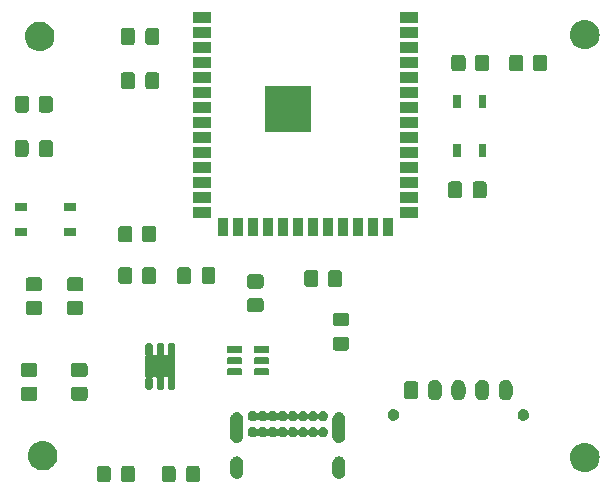
<source format=gts>
G04 #@! TF.GenerationSoftware,KiCad,Pcbnew,8.0.8*
G04 #@! TF.CreationDate,2025-01-20T22:43:21+09:00*
G04 #@! TF.ProjectId,esp32_primary_board_v0.3.0,65737033-325f-4707-9269-6d6172795f62,rev?*
G04 #@! TF.SameCoordinates,Original*
G04 #@! TF.FileFunction,Soldermask,Top*
G04 #@! TF.FilePolarity,Negative*
%FSLAX46Y46*%
G04 Gerber Fmt 4.6, Leading zero omitted, Abs format (unit mm)*
G04 Created by KiCad (PCBNEW 8.0.8) date 2025-01-20 22:43:21*
%MOMM*%
%LPD*%
G01*
G04 APERTURE LIST*
G04 APERTURE END LIST*
G36*
X124004850Y-139600964D02*
G01*
X124055040Y-139606787D01*
X124072189Y-139614359D01*
X124095671Y-139619030D01*
X124120810Y-139635827D01*
X124140696Y-139644608D01*
X124154277Y-139658189D01*
X124176777Y-139673223D01*
X124191810Y-139695722D01*
X124205391Y-139709303D01*
X124214170Y-139729186D01*
X124230970Y-139754329D01*
X124235641Y-139777812D01*
X124243212Y-139794959D01*
X124249033Y-139845139D01*
X124250000Y-139850000D01*
X124250000Y-140750000D01*
X124249032Y-140754863D01*
X124243212Y-140805040D01*
X124235641Y-140822185D01*
X124230970Y-140845671D01*
X124214169Y-140870815D01*
X124205391Y-140890696D01*
X124191812Y-140904274D01*
X124176777Y-140926777D01*
X124154274Y-140941812D01*
X124140696Y-140955391D01*
X124120815Y-140964169D01*
X124095671Y-140980970D01*
X124072185Y-140985641D01*
X124055040Y-140993212D01*
X124004861Y-140999032D01*
X124000000Y-141000000D01*
X123350000Y-141000000D01*
X123345138Y-140999032D01*
X123294959Y-140993212D01*
X123277812Y-140985641D01*
X123254329Y-140980970D01*
X123229186Y-140964170D01*
X123209303Y-140955391D01*
X123195722Y-140941810D01*
X123173223Y-140926777D01*
X123158189Y-140904277D01*
X123144608Y-140890696D01*
X123135827Y-140870810D01*
X123119030Y-140845671D01*
X123114359Y-140822189D01*
X123106787Y-140805040D01*
X123100964Y-140754849D01*
X123100000Y-140750000D01*
X123100000Y-139850000D01*
X123100964Y-139845150D01*
X123106787Y-139794959D01*
X123114359Y-139777808D01*
X123119030Y-139754329D01*
X123135826Y-139729191D01*
X123144608Y-139709303D01*
X123158191Y-139695719D01*
X123173223Y-139673223D01*
X123195719Y-139658191D01*
X123209303Y-139644608D01*
X123229191Y-139635826D01*
X123254329Y-139619030D01*
X123277808Y-139614359D01*
X123294959Y-139606787D01*
X123345151Y-139600964D01*
X123350000Y-139600000D01*
X124000000Y-139600000D01*
X124004850Y-139600964D01*
G37*
G36*
X126054850Y-139600964D02*
G01*
X126105040Y-139606787D01*
X126122189Y-139614359D01*
X126145671Y-139619030D01*
X126170810Y-139635827D01*
X126190696Y-139644608D01*
X126204277Y-139658189D01*
X126226777Y-139673223D01*
X126241810Y-139695722D01*
X126255391Y-139709303D01*
X126264170Y-139729186D01*
X126280970Y-139754329D01*
X126285641Y-139777812D01*
X126293212Y-139794959D01*
X126299033Y-139845139D01*
X126300000Y-139850000D01*
X126300000Y-140750000D01*
X126299032Y-140754863D01*
X126293212Y-140805040D01*
X126285641Y-140822185D01*
X126280970Y-140845671D01*
X126264169Y-140870815D01*
X126255391Y-140890696D01*
X126241812Y-140904274D01*
X126226777Y-140926777D01*
X126204274Y-140941812D01*
X126190696Y-140955391D01*
X126170815Y-140964169D01*
X126145671Y-140980970D01*
X126122185Y-140985641D01*
X126105040Y-140993212D01*
X126054861Y-140999032D01*
X126050000Y-141000000D01*
X125400000Y-141000000D01*
X125395138Y-140999032D01*
X125344959Y-140993212D01*
X125327812Y-140985641D01*
X125304329Y-140980970D01*
X125279186Y-140964170D01*
X125259303Y-140955391D01*
X125245722Y-140941810D01*
X125223223Y-140926777D01*
X125208189Y-140904277D01*
X125194608Y-140890696D01*
X125185827Y-140870810D01*
X125169030Y-140845671D01*
X125164359Y-140822189D01*
X125156787Y-140805040D01*
X125150964Y-140754849D01*
X125150000Y-140750000D01*
X125150000Y-139850000D01*
X125150964Y-139845150D01*
X125156787Y-139794959D01*
X125164359Y-139777808D01*
X125169030Y-139754329D01*
X125185826Y-139729191D01*
X125194608Y-139709303D01*
X125208191Y-139695719D01*
X125223223Y-139673223D01*
X125245719Y-139658191D01*
X125259303Y-139644608D01*
X125279191Y-139635826D01*
X125304329Y-139619030D01*
X125327808Y-139614359D01*
X125344959Y-139606787D01*
X125395151Y-139600964D01*
X125400000Y-139600000D01*
X126050000Y-139600000D01*
X126054850Y-139600964D01*
G37*
G36*
X129504850Y-139600964D02*
G01*
X129555040Y-139606787D01*
X129572189Y-139614359D01*
X129595671Y-139619030D01*
X129620810Y-139635827D01*
X129640696Y-139644608D01*
X129654277Y-139658189D01*
X129676777Y-139673223D01*
X129691810Y-139695722D01*
X129705391Y-139709303D01*
X129714170Y-139729186D01*
X129730970Y-139754329D01*
X129735641Y-139777812D01*
X129743212Y-139794959D01*
X129749033Y-139845139D01*
X129750000Y-139850000D01*
X129750000Y-140750000D01*
X129749032Y-140754863D01*
X129743212Y-140805040D01*
X129735641Y-140822185D01*
X129730970Y-140845671D01*
X129714169Y-140870815D01*
X129705391Y-140890696D01*
X129691812Y-140904274D01*
X129676777Y-140926777D01*
X129654274Y-140941812D01*
X129640696Y-140955391D01*
X129620815Y-140964169D01*
X129595671Y-140980970D01*
X129572185Y-140985641D01*
X129555040Y-140993212D01*
X129504861Y-140999032D01*
X129500000Y-141000000D01*
X128850000Y-141000000D01*
X128845138Y-140999032D01*
X128794959Y-140993212D01*
X128777812Y-140985641D01*
X128754329Y-140980970D01*
X128729186Y-140964170D01*
X128709303Y-140955391D01*
X128695722Y-140941810D01*
X128673223Y-140926777D01*
X128658189Y-140904277D01*
X128644608Y-140890696D01*
X128635827Y-140870810D01*
X128619030Y-140845671D01*
X128614359Y-140822189D01*
X128606787Y-140805040D01*
X128600964Y-140754849D01*
X128600000Y-140750000D01*
X128600000Y-139850000D01*
X128600964Y-139845150D01*
X128606787Y-139794959D01*
X128614359Y-139777808D01*
X128619030Y-139754329D01*
X128635826Y-139729191D01*
X128644608Y-139709303D01*
X128658191Y-139695719D01*
X128673223Y-139673223D01*
X128695719Y-139658191D01*
X128709303Y-139644608D01*
X128729191Y-139635826D01*
X128754329Y-139619030D01*
X128777808Y-139614359D01*
X128794959Y-139606787D01*
X128845151Y-139600964D01*
X128850000Y-139600000D01*
X129500000Y-139600000D01*
X129504850Y-139600964D01*
G37*
G36*
X131554850Y-139600964D02*
G01*
X131605040Y-139606787D01*
X131622189Y-139614359D01*
X131645671Y-139619030D01*
X131670810Y-139635827D01*
X131690696Y-139644608D01*
X131704277Y-139658189D01*
X131726777Y-139673223D01*
X131741810Y-139695722D01*
X131755391Y-139709303D01*
X131764170Y-139729186D01*
X131780970Y-139754329D01*
X131785641Y-139777812D01*
X131793212Y-139794959D01*
X131799033Y-139845139D01*
X131800000Y-139850000D01*
X131800000Y-140750000D01*
X131799032Y-140754863D01*
X131793212Y-140805040D01*
X131785641Y-140822185D01*
X131780970Y-140845671D01*
X131764169Y-140870815D01*
X131755391Y-140890696D01*
X131741812Y-140904274D01*
X131726777Y-140926777D01*
X131704274Y-140941812D01*
X131690696Y-140955391D01*
X131670815Y-140964169D01*
X131645671Y-140980970D01*
X131622185Y-140985641D01*
X131605040Y-140993212D01*
X131554861Y-140999032D01*
X131550000Y-141000000D01*
X130900000Y-141000000D01*
X130895138Y-140999032D01*
X130844959Y-140993212D01*
X130827812Y-140985641D01*
X130804329Y-140980970D01*
X130779186Y-140964170D01*
X130759303Y-140955391D01*
X130745722Y-140941810D01*
X130723223Y-140926777D01*
X130708189Y-140904277D01*
X130694608Y-140890696D01*
X130685827Y-140870810D01*
X130669030Y-140845671D01*
X130664359Y-140822189D01*
X130656787Y-140805040D01*
X130650964Y-140754849D01*
X130650000Y-140750000D01*
X130650000Y-139850000D01*
X130650964Y-139845150D01*
X130656787Y-139794959D01*
X130664359Y-139777808D01*
X130669030Y-139754329D01*
X130685826Y-139729191D01*
X130694608Y-139709303D01*
X130708191Y-139695719D01*
X130723223Y-139673223D01*
X130745719Y-139658191D01*
X130759303Y-139644608D01*
X130779191Y-139635826D01*
X130804329Y-139619030D01*
X130827808Y-139614359D01*
X130844959Y-139606787D01*
X130895151Y-139600964D01*
X130900000Y-139600000D01*
X131550000Y-139600000D01*
X131554850Y-139600964D01*
G37*
G36*
X134988002Y-138802722D02*
G01*
X134997050Y-138802722D01*
X135023115Y-138809706D01*
X135085150Y-138822045D01*
X135114433Y-138834174D01*
X135136241Y-138840018D01*
X135155794Y-138851307D01*
X135185078Y-138863437D01*
X135237679Y-138898583D01*
X135261036Y-138912069D01*
X135267428Y-138918461D01*
X135274996Y-138923518D01*
X135351481Y-139000003D01*
X135356537Y-139007570D01*
X135362931Y-139013964D01*
X135376418Y-139037324D01*
X135411562Y-139089921D01*
X135423690Y-139119202D01*
X135434982Y-139138759D01*
X135440826Y-139160570D01*
X135452954Y-139189849D01*
X135465292Y-139251880D01*
X135472278Y-139277950D01*
X135473162Y-139291444D01*
X135474342Y-139297375D01*
X135476709Y-139345574D01*
X135477000Y-139350000D01*
X135477000Y-140150000D01*
X135476709Y-140154428D01*
X135474342Y-140202624D01*
X135473162Y-140208553D01*
X135472278Y-140222050D01*
X135465291Y-140248122D01*
X135452954Y-140310150D01*
X135440827Y-140339426D01*
X135434982Y-140361241D01*
X135423689Y-140380800D01*
X135411562Y-140410078D01*
X135376422Y-140462668D01*
X135362931Y-140486036D01*
X135356535Y-140492431D01*
X135351481Y-140499996D01*
X135274996Y-140576481D01*
X135267431Y-140581535D01*
X135261036Y-140587931D01*
X135237668Y-140601422D01*
X135185078Y-140636562D01*
X135155800Y-140648689D01*
X135136241Y-140659982D01*
X135114426Y-140665827D01*
X135085150Y-140677954D01*
X135023121Y-140690292D01*
X134997050Y-140697278D01*
X134988002Y-140697278D01*
X134979078Y-140699053D01*
X134870922Y-140699053D01*
X134861998Y-140697278D01*
X134852950Y-140697278D01*
X134826880Y-140690292D01*
X134764849Y-140677954D01*
X134735570Y-140665826D01*
X134713759Y-140659982D01*
X134694202Y-140648690D01*
X134664921Y-140636562D01*
X134612324Y-140601418D01*
X134588964Y-140587931D01*
X134582570Y-140581537D01*
X134575003Y-140576481D01*
X134498518Y-140499996D01*
X134493461Y-140492428D01*
X134487069Y-140486036D01*
X134473583Y-140462679D01*
X134438437Y-140410078D01*
X134426307Y-140380794D01*
X134415018Y-140361241D01*
X134409174Y-140339433D01*
X134397045Y-140310150D01*
X134384704Y-140248108D01*
X134377722Y-140222050D01*
X134376837Y-140208561D01*
X134375657Y-140202624D01*
X134373289Y-140154421D01*
X134373000Y-140150000D01*
X134373000Y-139350000D01*
X134373289Y-139345581D01*
X134375657Y-139297375D01*
X134376838Y-139291437D01*
X134377722Y-139277950D01*
X134384703Y-139251894D01*
X134397045Y-139189849D01*
X134409175Y-139160563D01*
X134415018Y-139138759D01*
X134426305Y-139119208D01*
X134438437Y-139089921D01*
X134473588Y-139037313D01*
X134487069Y-139013964D01*
X134493459Y-139007573D01*
X134498518Y-139000003D01*
X134575003Y-138923518D01*
X134582573Y-138918459D01*
X134588964Y-138912069D01*
X134612313Y-138898588D01*
X134664921Y-138863437D01*
X134694208Y-138851305D01*
X134713759Y-138840018D01*
X134735563Y-138834175D01*
X134764849Y-138822045D01*
X134826886Y-138809705D01*
X134852950Y-138802722D01*
X134861998Y-138802722D01*
X134870922Y-138800947D01*
X134979078Y-138800947D01*
X134988002Y-138802722D01*
G37*
G36*
X143638002Y-138802722D02*
G01*
X143647050Y-138802722D01*
X143673115Y-138809706D01*
X143735150Y-138822045D01*
X143764433Y-138834174D01*
X143786241Y-138840018D01*
X143805794Y-138851307D01*
X143835078Y-138863437D01*
X143887679Y-138898583D01*
X143911036Y-138912069D01*
X143917428Y-138918461D01*
X143924996Y-138923518D01*
X144001481Y-139000003D01*
X144006537Y-139007570D01*
X144012931Y-139013964D01*
X144026418Y-139037324D01*
X144061562Y-139089921D01*
X144073690Y-139119202D01*
X144084982Y-139138759D01*
X144090826Y-139160570D01*
X144102954Y-139189849D01*
X144115292Y-139251880D01*
X144122278Y-139277950D01*
X144123162Y-139291444D01*
X144124342Y-139297375D01*
X144126709Y-139345574D01*
X144127000Y-139350000D01*
X144127000Y-140150000D01*
X144126709Y-140154428D01*
X144124342Y-140202624D01*
X144123162Y-140208553D01*
X144122278Y-140222050D01*
X144115291Y-140248122D01*
X144102954Y-140310150D01*
X144090827Y-140339426D01*
X144084982Y-140361241D01*
X144073689Y-140380800D01*
X144061562Y-140410078D01*
X144026422Y-140462668D01*
X144012931Y-140486036D01*
X144006535Y-140492431D01*
X144001481Y-140499996D01*
X143924996Y-140576481D01*
X143917431Y-140581535D01*
X143911036Y-140587931D01*
X143887668Y-140601422D01*
X143835078Y-140636562D01*
X143805800Y-140648689D01*
X143786241Y-140659982D01*
X143764426Y-140665827D01*
X143735150Y-140677954D01*
X143673121Y-140690292D01*
X143647050Y-140697278D01*
X143638002Y-140697278D01*
X143629078Y-140699053D01*
X143520922Y-140699053D01*
X143511998Y-140697278D01*
X143502950Y-140697278D01*
X143476880Y-140690292D01*
X143414849Y-140677954D01*
X143385570Y-140665826D01*
X143363759Y-140659982D01*
X143344202Y-140648690D01*
X143314921Y-140636562D01*
X143262324Y-140601418D01*
X143238964Y-140587931D01*
X143232570Y-140581537D01*
X143225003Y-140576481D01*
X143148518Y-140499996D01*
X143143461Y-140492428D01*
X143137069Y-140486036D01*
X143123583Y-140462679D01*
X143088437Y-140410078D01*
X143076307Y-140380794D01*
X143065018Y-140361241D01*
X143059174Y-140339433D01*
X143047045Y-140310150D01*
X143034704Y-140248108D01*
X143027722Y-140222050D01*
X143026837Y-140208561D01*
X143025657Y-140202624D01*
X143023289Y-140154421D01*
X143023000Y-140150000D01*
X143023000Y-139350000D01*
X143023289Y-139345581D01*
X143025657Y-139297375D01*
X143026838Y-139291437D01*
X143027722Y-139277950D01*
X143034703Y-139251894D01*
X143047045Y-139189849D01*
X143059175Y-139160563D01*
X143065018Y-139138759D01*
X143076305Y-139119208D01*
X143088437Y-139089921D01*
X143123588Y-139037313D01*
X143137069Y-139013964D01*
X143143459Y-139007573D01*
X143148518Y-139000003D01*
X143225003Y-138923518D01*
X143232573Y-138918459D01*
X143238964Y-138912069D01*
X143262313Y-138898588D01*
X143314921Y-138863437D01*
X143344208Y-138851305D01*
X143363759Y-138840018D01*
X143385563Y-138834175D01*
X143414849Y-138822045D01*
X143476886Y-138809705D01*
X143502950Y-138802722D01*
X143511998Y-138802722D01*
X143520922Y-138800947D01*
X143629078Y-138800947D01*
X143638002Y-138802722D01*
G37*
G36*
X164617060Y-137668990D02*
G01*
X164827525Y-137725384D01*
X165025000Y-137817468D01*
X165203485Y-137942444D01*
X165357556Y-138096515D01*
X165482532Y-138275000D01*
X165574616Y-138472475D01*
X165631010Y-138682940D01*
X165650000Y-138900000D01*
X165631010Y-139117060D01*
X165574616Y-139327525D01*
X165482532Y-139525000D01*
X165357556Y-139703485D01*
X165203485Y-139857556D01*
X165025000Y-139982532D01*
X164827525Y-140074616D01*
X164617060Y-140131010D01*
X164400000Y-140150000D01*
X164182940Y-140131010D01*
X163972475Y-140074616D01*
X163775000Y-139982532D01*
X163596515Y-139857556D01*
X163442444Y-139703485D01*
X163317468Y-139525000D01*
X163225384Y-139327525D01*
X163168990Y-139117060D01*
X163150000Y-138900000D01*
X163168990Y-138682940D01*
X163225384Y-138472475D01*
X163317468Y-138275000D01*
X163442444Y-138096515D01*
X163596515Y-137942444D01*
X163775000Y-137817468D01*
X163972475Y-137725384D01*
X164182940Y-137668990D01*
X164400000Y-137650000D01*
X164617060Y-137668990D01*
G37*
G36*
X118717060Y-137518990D02*
G01*
X118927525Y-137575384D01*
X119125000Y-137667468D01*
X119303485Y-137792444D01*
X119457556Y-137946515D01*
X119582532Y-138125000D01*
X119674616Y-138322475D01*
X119731010Y-138532940D01*
X119750000Y-138750000D01*
X119731010Y-138967060D01*
X119674616Y-139177525D01*
X119582532Y-139375000D01*
X119457556Y-139553485D01*
X119303485Y-139707556D01*
X119125000Y-139832532D01*
X118927525Y-139924616D01*
X118717060Y-139981010D01*
X118500000Y-140000000D01*
X118282940Y-139981010D01*
X118072475Y-139924616D01*
X117875000Y-139832532D01*
X117696515Y-139707556D01*
X117542444Y-139553485D01*
X117417468Y-139375000D01*
X117325384Y-139177525D01*
X117268990Y-138967060D01*
X117250000Y-138750000D01*
X117268990Y-138532940D01*
X117325384Y-138322475D01*
X117417468Y-138125000D01*
X117542444Y-137946515D01*
X117696515Y-137792444D01*
X117875000Y-137667468D01*
X118072475Y-137575384D01*
X118282940Y-137518990D01*
X118500000Y-137500000D01*
X118717060Y-137518990D01*
G37*
G36*
X134988002Y-135072722D02*
G01*
X134997050Y-135072722D01*
X135023115Y-135079706D01*
X135085150Y-135092045D01*
X135114433Y-135104174D01*
X135136241Y-135110018D01*
X135155794Y-135121307D01*
X135185078Y-135133437D01*
X135237679Y-135168583D01*
X135261036Y-135182069D01*
X135267428Y-135188461D01*
X135274996Y-135193518D01*
X135351481Y-135270003D01*
X135356537Y-135277570D01*
X135362931Y-135283964D01*
X135376418Y-135307324D01*
X135411562Y-135359921D01*
X135423690Y-135389202D01*
X135434982Y-135408759D01*
X135440826Y-135430570D01*
X135452954Y-135459849D01*
X135465292Y-135521880D01*
X135472278Y-135547950D01*
X135473162Y-135561444D01*
X135474342Y-135567375D01*
X135476709Y-135615574D01*
X135477000Y-135620000D01*
X135477000Y-137120000D01*
X135476709Y-137124428D01*
X135474342Y-137172624D01*
X135473162Y-137178553D01*
X135472278Y-137192050D01*
X135465291Y-137218122D01*
X135452954Y-137280150D01*
X135440827Y-137309426D01*
X135434982Y-137331241D01*
X135423689Y-137350800D01*
X135411562Y-137380078D01*
X135376422Y-137432668D01*
X135362931Y-137456036D01*
X135356535Y-137462431D01*
X135351481Y-137469996D01*
X135274996Y-137546481D01*
X135267431Y-137551535D01*
X135261036Y-137557931D01*
X135237668Y-137571422D01*
X135185078Y-137606562D01*
X135155800Y-137618689D01*
X135136241Y-137629982D01*
X135114426Y-137635827D01*
X135085150Y-137647954D01*
X135023121Y-137660292D01*
X134997050Y-137667278D01*
X134988002Y-137667278D01*
X134979078Y-137669053D01*
X134870922Y-137669053D01*
X134861998Y-137667278D01*
X134852950Y-137667278D01*
X134826880Y-137660292D01*
X134764849Y-137647954D01*
X134735570Y-137635826D01*
X134713759Y-137629982D01*
X134694202Y-137618690D01*
X134664921Y-137606562D01*
X134612324Y-137571418D01*
X134588964Y-137557931D01*
X134582570Y-137551537D01*
X134575003Y-137546481D01*
X134498518Y-137469996D01*
X134493461Y-137462428D01*
X134487069Y-137456036D01*
X134473583Y-137432679D01*
X134438437Y-137380078D01*
X134426307Y-137350794D01*
X134415018Y-137331241D01*
X134409174Y-137309433D01*
X134397045Y-137280150D01*
X134384704Y-137218108D01*
X134377722Y-137192050D01*
X134376837Y-137178561D01*
X134375657Y-137172624D01*
X134373289Y-137124421D01*
X134373000Y-137120000D01*
X134373000Y-135620000D01*
X134373289Y-135615581D01*
X134375657Y-135567375D01*
X134376838Y-135561437D01*
X134377722Y-135547950D01*
X134384703Y-135521894D01*
X134397045Y-135459849D01*
X134409175Y-135430563D01*
X134415018Y-135408759D01*
X134426305Y-135389208D01*
X134438437Y-135359921D01*
X134473588Y-135307313D01*
X134487069Y-135283964D01*
X134493459Y-135277573D01*
X134498518Y-135270003D01*
X134575003Y-135193518D01*
X134582573Y-135188459D01*
X134588964Y-135182069D01*
X134612313Y-135168588D01*
X134664921Y-135133437D01*
X134694208Y-135121305D01*
X134713759Y-135110018D01*
X134735563Y-135104175D01*
X134764849Y-135092045D01*
X134826886Y-135079705D01*
X134852950Y-135072722D01*
X134861998Y-135072722D01*
X134870922Y-135070947D01*
X134979078Y-135070947D01*
X134988002Y-135072722D01*
G37*
G36*
X143638002Y-135072722D02*
G01*
X143647050Y-135072722D01*
X143673115Y-135079706D01*
X143735150Y-135092045D01*
X143764433Y-135104174D01*
X143786241Y-135110018D01*
X143805794Y-135121307D01*
X143835078Y-135133437D01*
X143887679Y-135168583D01*
X143911036Y-135182069D01*
X143917428Y-135188461D01*
X143924996Y-135193518D01*
X144001481Y-135270003D01*
X144006537Y-135277570D01*
X144012931Y-135283964D01*
X144026418Y-135307324D01*
X144061562Y-135359921D01*
X144073690Y-135389202D01*
X144084982Y-135408759D01*
X144090826Y-135430570D01*
X144102954Y-135459849D01*
X144115292Y-135521880D01*
X144122278Y-135547950D01*
X144123162Y-135561444D01*
X144124342Y-135567375D01*
X144126709Y-135615574D01*
X144127000Y-135620000D01*
X144127000Y-137120000D01*
X144126709Y-137124428D01*
X144124342Y-137172624D01*
X144123162Y-137178553D01*
X144122278Y-137192050D01*
X144115291Y-137218122D01*
X144102954Y-137280150D01*
X144090827Y-137309426D01*
X144084982Y-137331241D01*
X144073689Y-137350800D01*
X144061562Y-137380078D01*
X144026422Y-137432668D01*
X144012931Y-137456036D01*
X144006535Y-137462431D01*
X144001481Y-137469996D01*
X143924996Y-137546481D01*
X143917431Y-137551535D01*
X143911036Y-137557931D01*
X143887668Y-137571422D01*
X143835078Y-137606562D01*
X143805800Y-137618689D01*
X143786241Y-137629982D01*
X143764426Y-137635827D01*
X143735150Y-137647954D01*
X143673121Y-137660292D01*
X143647050Y-137667278D01*
X143638002Y-137667278D01*
X143629078Y-137669053D01*
X143520922Y-137669053D01*
X143511998Y-137667278D01*
X143502950Y-137667278D01*
X143476880Y-137660292D01*
X143414849Y-137647954D01*
X143385570Y-137635826D01*
X143363759Y-137629982D01*
X143344202Y-137618690D01*
X143314921Y-137606562D01*
X143262324Y-137571418D01*
X143238964Y-137557931D01*
X143232570Y-137551537D01*
X143225003Y-137546481D01*
X143148518Y-137469996D01*
X143143461Y-137462428D01*
X143137069Y-137456036D01*
X143123583Y-137432679D01*
X143088437Y-137380078D01*
X143076307Y-137350794D01*
X143065018Y-137331241D01*
X143059174Y-137309433D01*
X143047045Y-137280150D01*
X143034704Y-137218108D01*
X143027722Y-137192050D01*
X143026837Y-137178561D01*
X143025657Y-137172624D01*
X143023289Y-137124421D01*
X143023000Y-137120000D01*
X143023000Y-135620000D01*
X143023289Y-135615581D01*
X143025657Y-135567375D01*
X143026838Y-135561437D01*
X143027722Y-135547950D01*
X143034703Y-135521894D01*
X143047045Y-135459849D01*
X143059175Y-135430563D01*
X143065018Y-135408759D01*
X143076305Y-135389208D01*
X143088437Y-135359921D01*
X143123588Y-135307313D01*
X143137069Y-135283964D01*
X143143459Y-135277573D01*
X143148518Y-135270003D01*
X143225003Y-135193518D01*
X143232573Y-135188459D01*
X143238964Y-135182069D01*
X143262313Y-135168588D01*
X143314921Y-135133437D01*
X143344208Y-135121305D01*
X143363759Y-135110018D01*
X143385563Y-135104175D01*
X143414849Y-135092045D01*
X143476886Y-135079705D01*
X143502950Y-135072722D01*
X143511998Y-135072722D01*
X143520922Y-135070947D01*
X143629078Y-135070947D01*
X143638002Y-135072722D01*
G37*
G36*
X136452382Y-136351587D02*
G01*
X136554626Y-136417295D01*
X136634215Y-136509146D01*
X136662111Y-136570231D01*
X136737889Y-136570231D01*
X136765785Y-136509146D01*
X136845374Y-136417295D01*
X136947618Y-136351587D01*
X137064232Y-136317346D01*
X137185768Y-136317346D01*
X137302382Y-136351587D01*
X137404626Y-136417295D01*
X137484215Y-136509146D01*
X137512111Y-136570231D01*
X137587889Y-136570231D01*
X137615785Y-136509146D01*
X137695374Y-136417295D01*
X137797618Y-136351587D01*
X137914232Y-136317346D01*
X138035768Y-136317346D01*
X138152382Y-136351587D01*
X138254626Y-136417295D01*
X138334215Y-136509146D01*
X138362111Y-136570231D01*
X138437889Y-136570231D01*
X138465785Y-136509146D01*
X138545374Y-136417295D01*
X138647618Y-136351587D01*
X138764232Y-136317346D01*
X138885768Y-136317346D01*
X139002382Y-136351587D01*
X139104626Y-136417295D01*
X139184215Y-136509146D01*
X139212111Y-136570231D01*
X139287889Y-136570231D01*
X139315785Y-136509146D01*
X139395374Y-136417295D01*
X139497618Y-136351587D01*
X139614232Y-136317346D01*
X139735768Y-136317346D01*
X139852382Y-136351587D01*
X139954626Y-136417295D01*
X140034215Y-136509146D01*
X140062111Y-136570231D01*
X140137889Y-136570231D01*
X140165785Y-136509146D01*
X140245374Y-136417295D01*
X140347618Y-136351587D01*
X140464232Y-136317346D01*
X140585768Y-136317346D01*
X140702382Y-136351587D01*
X140804626Y-136417295D01*
X140884215Y-136509146D01*
X140912111Y-136570231D01*
X140987889Y-136570231D01*
X141015785Y-136509146D01*
X141095374Y-136417295D01*
X141197618Y-136351587D01*
X141314232Y-136317346D01*
X141435768Y-136317346D01*
X141552382Y-136351587D01*
X141654626Y-136417295D01*
X141734215Y-136509146D01*
X141762111Y-136570231D01*
X141837889Y-136570231D01*
X141865785Y-136509146D01*
X141945374Y-136417295D01*
X142047618Y-136351587D01*
X142164232Y-136317346D01*
X142285768Y-136317346D01*
X142402382Y-136351587D01*
X142504626Y-136417295D01*
X142584215Y-136509146D01*
X142634703Y-136619700D01*
X142652000Y-136740000D01*
X142634703Y-136860300D01*
X142584215Y-136970854D01*
X142504626Y-137062705D01*
X142402382Y-137128413D01*
X142285768Y-137162654D01*
X142164232Y-137162654D01*
X142047618Y-137128413D01*
X141945374Y-137062705D01*
X141865785Y-136970854D01*
X141837888Y-136909768D01*
X141762112Y-136909768D01*
X141734215Y-136970854D01*
X141654626Y-137062705D01*
X141552382Y-137128413D01*
X141435768Y-137162654D01*
X141314232Y-137162654D01*
X141197618Y-137128413D01*
X141095374Y-137062705D01*
X141015785Y-136970854D01*
X140987888Y-136909768D01*
X140912112Y-136909768D01*
X140884215Y-136970854D01*
X140804626Y-137062705D01*
X140702382Y-137128413D01*
X140585768Y-137162654D01*
X140464232Y-137162654D01*
X140347618Y-137128413D01*
X140245374Y-137062705D01*
X140165785Y-136970854D01*
X140137888Y-136909768D01*
X140062112Y-136909768D01*
X140034215Y-136970854D01*
X139954626Y-137062705D01*
X139852382Y-137128413D01*
X139735768Y-137162654D01*
X139614232Y-137162654D01*
X139497618Y-137128413D01*
X139395374Y-137062705D01*
X139315785Y-136970854D01*
X139287888Y-136909768D01*
X139212112Y-136909768D01*
X139184215Y-136970854D01*
X139104626Y-137062705D01*
X139002382Y-137128413D01*
X138885768Y-137162654D01*
X138764232Y-137162654D01*
X138647618Y-137128413D01*
X138545374Y-137062705D01*
X138465785Y-136970854D01*
X138437888Y-136909768D01*
X138362112Y-136909768D01*
X138334215Y-136970854D01*
X138254626Y-137062705D01*
X138152382Y-137128413D01*
X138035768Y-137162654D01*
X137914232Y-137162654D01*
X137797618Y-137128413D01*
X137695374Y-137062705D01*
X137615785Y-136970854D01*
X137587888Y-136909768D01*
X137512112Y-136909768D01*
X137484215Y-136970854D01*
X137404626Y-137062705D01*
X137302382Y-137128413D01*
X137185768Y-137162654D01*
X137064232Y-137162654D01*
X136947618Y-137128413D01*
X136845374Y-137062705D01*
X136765785Y-136970854D01*
X136737888Y-136909768D01*
X136662112Y-136909768D01*
X136634215Y-136970854D01*
X136554626Y-137062705D01*
X136452382Y-137128413D01*
X136335768Y-137162654D01*
X136214232Y-137162654D01*
X136097618Y-137128413D01*
X135995374Y-137062705D01*
X135915785Y-136970854D01*
X135865297Y-136860300D01*
X135848000Y-136740000D01*
X135865297Y-136619700D01*
X135915785Y-136509146D01*
X135995374Y-136417295D01*
X136097618Y-136351587D01*
X136214232Y-136317346D01*
X136335768Y-136317346D01*
X136452382Y-136351587D01*
G37*
G36*
X136452382Y-135001587D02*
G01*
X136554626Y-135067295D01*
X136634215Y-135159146D01*
X136662111Y-135220231D01*
X136737889Y-135220231D01*
X136765785Y-135159146D01*
X136845374Y-135067295D01*
X136947618Y-135001587D01*
X137064232Y-134967346D01*
X137185768Y-134967346D01*
X137302382Y-135001587D01*
X137404626Y-135067295D01*
X137484215Y-135159146D01*
X137512111Y-135220231D01*
X137587889Y-135220231D01*
X137615785Y-135159146D01*
X137695374Y-135067295D01*
X137797618Y-135001587D01*
X137914232Y-134967346D01*
X138035768Y-134967346D01*
X138152382Y-135001587D01*
X138254626Y-135067295D01*
X138334215Y-135159146D01*
X138362111Y-135220231D01*
X138437889Y-135220231D01*
X138465785Y-135159146D01*
X138545374Y-135067295D01*
X138647618Y-135001587D01*
X138764232Y-134967346D01*
X138885768Y-134967346D01*
X139002382Y-135001587D01*
X139104626Y-135067295D01*
X139184215Y-135159146D01*
X139212111Y-135220231D01*
X139287889Y-135220231D01*
X139315785Y-135159146D01*
X139395374Y-135067295D01*
X139497618Y-135001587D01*
X139614232Y-134967346D01*
X139735768Y-134967346D01*
X139852382Y-135001587D01*
X139954626Y-135067295D01*
X140034215Y-135159146D01*
X140062111Y-135220231D01*
X140137889Y-135220231D01*
X140165785Y-135159146D01*
X140245374Y-135067295D01*
X140347618Y-135001587D01*
X140464232Y-134967346D01*
X140585768Y-134967346D01*
X140702382Y-135001587D01*
X140804626Y-135067295D01*
X140884215Y-135159146D01*
X140912111Y-135220231D01*
X140987889Y-135220231D01*
X141015785Y-135159146D01*
X141095374Y-135067295D01*
X141197618Y-135001587D01*
X141314232Y-134967346D01*
X141435768Y-134967346D01*
X141552382Y-135001587D01*
X141654626Y-135067295D01*
X141734215Y-135159146D01*
X141762111Y-135220231D01*
X141837889Y-135220231D01*
X141865785Y-135159146D01*
X141945374Y-135067295D01*
X142047618Y-135001587D01*
X142164232Y-134967346D01*
X142285768Y-134967346D01*
X142402382Y-135001587D01*
X142504626Y-135067295D01*
X142584215Y-135159146D01*
X142634703Y-135269700D01*
X142652000Y-135390000D01*
X142634703Y-135510300D01*
X142584215Y-135620854D01*
X142504626Y-135712705D01*
X142402382Y-135778413D01*
X142285768Y-135812654D01*
X142164232Y-135812654D01*
X142047618Y-135778413D01*
X141945374Y-135712705D01*
X141865785Y-135620854D01*
X141837888Y-135559768D01*
X141762112Y-135559768D01*
X141734215Y-135620854D01*
X141654626Y-135712705D01*
X141552382Y-135778413D01*
X141435768Y-135812654D01*
X141314232Y-135812654D01*
X141197618Y-135778413D01*
X141095374Y-135712705D01*
X141015785Y-135620854D01*
X140987888Y-135559768D01*
X140912112Y-135559768D01*
X140884215Y-135620854D01*
X140804626Y-135712705D01*
X140702382Y-135778413D01*
X140585768Y-135812654D01*
X140464232Y-135812654D01*
X140347618Y-135778413D01*
X140245374Y-135712705D01*
X140165785Y-135620854D01*
X140137888Y-135559768D01*
X140062112Y-135559768D01*
X140034215Y-135620854D01*
X139954626Y-135712705D01*
X139852382Y-135778413D01*
X139735768Y-135812654D01*
X139614232Y-135812654D01*
X139497618Y-135778413D01*
X139395374Y-135712705D01*
X139315785Y-135620854D01*
X139287888Y-135559768D01*
X139212112Y-135559768D01*
X139184215Y-135620854D01*
X139104626Y-135712705D01*
X139002382Y-135778413D01*
X138885768Y-135812654D01*
X138764232Y-135812654D01*
X138647618Y-135778413D01*
X138545374Y-135712705D01*
X138465785Y-135620854D01*
X138437888Y-135559768D01*
X138362112Y-135559768D01*
X138334215Y-135620854D01*
X138254626Y-135712705D01*
X138152382Y-135778413D01*
X138035768Y-135812654D01*
X137914232Y-135812654D01*
X137797618Y-135778413D01*
X137695374Y-135712705D01*
X137615785Y-135620854D01*
X137587888Y-135559768D01*
X137512112Y-135559768D01*
X137484215Y-135620854D01*
X137404626Y-135712705D01*
X137302382Y-135778413D01*
X137185768Y-135812654D01*
X137064232Y-135812654D01*
X136947618Y-135778413D01*
X136845374Y-135712705D01*
X136765785Y-135620854D01*
X136737888Y-135559768D01*
X136662112Y-135559768D01*
X136634215Y-135620854D01*
X136554626Y-135712705D01*
X136452382Y-135778413D01*
X136335768Y-135812654D01*
X136214232Y-135812654D01*
X136097618Y-135778413D01*
X135995374Y-135712705D01*
X135915785Y-135620854D01*
X135865297Y-135510300D01*
X135848000Y-135390000D01*
X135865297Y-135269700D01*
X135915785Y-135159146D01*
X135995374Y-135067295D01*
X136097618Y-135001587D01*
X136214232Y-134967346D01*
X136335768Y-134967346D01*
X136452382Y-135001587D01*
G37*
G36*
X148234719Y-134805089D02*
G01*
X148271157Y-134805089D01*
X148300775Y-134813785D01*
X148329276Y-134817538D01*
X148367559Y-134833395D01*
X148407708Y-134845184D01*
X148428898Y-134858802D01*
X148449742Y-134867436D01*
X148487938Y-134896745D01*
X148527430Y-134922125D01*
X148540160Y-134936816D01*
X148553184Y-134946810D01*
X148586949Y-134990813D01*
X148620627Y-135029680D01*
X148626293Y-135042088D01*
X148632563Y-135050259D01*
X148657316Y-135110018D01*
X148679746Y-135159134D01*
X148680854Y-135166846D01*
X148682461Y-135170724D01*
X148693845Y-135257198D01*
X148700000Y-135300000D01*
X148693845Y-135342801D01*
X148682461Y-135429276D01*
X148680854Y-135433153D01*
X148679746Y-135440866D01*
X148657319Y-135489973D01*
X148632563Y-135549742D01*
X148626292Y-135557913D01*
X148620627Y-135570320D01*
X148586955Y-135609178D01*
X148553187Y-135653187D01*
X148540162Y-135663181D01*
X148527430Y-135677875D01*
X148487931Y-135703259D01*
X148449742Y-135732563D01*
X148428903Y-135741194D01*
X148407708Y-135754816D01*
X148367551Y-135766607D01*
X148329276Y-135782461D01*
X148300781Y-135786212D01*
X148271157Y-135794911D01*
X148234712Y-135794911D01*
X148200000Y-135799481D01*
X148165288Y-135794911D01*
X148128843Y-135794911D01*
X148099219Y-135786212D01*
X148070723Y-135782461D01*
X148032445Y-135766606D01*
X147992292Y-135754816D01*
X147971098Y-135741195D01*
X147950257Y-135732563D01*
X147912062Y-135703255D01*
X147872570Y-135677875D01*
X147859839Y-135663183D01*
X147846812Y-135653187D01*
X147813035Y-135609168D01*
X147779373Y-135570320D01*
X147773708Y-135557916D01*
X147767436Y-135549742D01*
X147742669Y-135489950D01*
X147720254Y-135440866D01*
X147719145Y-135433157D01*
X147717538Y-135429276D01*
X147706142Y-135342719D01*
X147700000Y-135300000D01*
X147706142Y-135257280D01*
X147717538Y-135170724D01*
X147719145Y-135166842D01*
X147720254Y-135159134D01*
X147742671Y-135110044D01*
X147767436Y-135050259D01*
X147773707Y-135042085D01*
X147779373Y-135029680D01*
X147813043Y-134990822D01*
X147846813Y-134946813D01*
X147859837Y-134936818D01*
X147872570Y-134922125D01*
X147912067Y-134896741D01*
X147950259Y-134867436D01*
X147971099Y-134858803D01*
X147992292Y-134845184D01*
X148032441Y-134833395D01*
X148070724Y-134817538D01*
X148099224Y-134813785D01*
X148128843Y-134805089D01*
X148165281Y-134805089D01*
X148200000Y-134800518D01*
X148234719Y-134805089D01*
G37*
G36*
X159234719Y-134805089D02*
G01*
X159271157Y-134805089D01*
X159300775Y-134813785D01*
X159329276Y-134817538D01*
X159367559Y-134833395D01*
X159407708Y-134845184D01*
X159428898Y-134858802D01*
X159449742Y-134867436D01*
X159487938Y-134896745D01*
X159527430Y-134922125D01*
X159540160Y-134936816D01*
X159553184Y-134946810D01*
X159586949Y-134990813D01*
X159620627Y-135029680D01*
X159626293Y-135042088D01*
X159632563Y-135050259D01*
X159657316Y-135110018D01*
X159679746Y-135159134D01*
X159680854Y-135166846D01*
X159682461Y-135170724D01*
X159693845Y-135257198D01*
X159700000Y-135300000D01*
X159693845Y-135342801D01*
X159682461Y-135429276D01*
X159680854Y-135433153D01*
X159679746Y-135440866D01*
X159657319Y-135489973D01*
X159632563Y-135549742D01*
X159626292Y-135557913D01*
X159620627Y-135570320D01*
X159586955Y-135609178D01*
X159553187Y-135653187D01*
X159540162Y-135663181D01*
X159527430Y-135677875D01*
X159487931Y-135703259D01*
X159449742Y-135732563D01*
X159428903Y-135741194D01*
X159407708Y-135754816D01*
X159367551Y-135766607D01*
X159329276Y-135782461D01*
X159300781Y-135786212D01*
X159271157Y-135794911D01*
X159234712Y-135794911D01*
X159200000Y-135799481D01*
X159165288Y-135794911D01*
X159128843Y-135794911D01*
X159099219Y-135786212D01*
X159070723Y-135782461D01*
X159032445Y-135766606D01*
X158992292Y-135754816D01*
X158971098Y-135741195D01*
X158950257Y-135732563D01*
X158912062Y-135703255D01*
X158872570Y-135677875D01*
X158859839Y-135663183D01*
X158846812Y-135653187D01*
X158813035Y-135609168D01*
X158779373Y-135570320D01*
X158773708Y-135557916D01*
X158767436Y-135549742D01*
X158742669Y-135489950D01*
X158720254Y-135440866D01*
X158719145Y-135433157D01*
X158717538Y-135429276D01*
X158706142Y-135342719D01*
X158700000Y-135300000D01*
X158706142Y-135257280D01*
X158717538Y-135170724D01*
X158719145Y-135166842D01*
X158720254Y-135159134D01*
X158742671Y-135110044D01*
X158767436Y-135050259D01*
X158773707Y-135042085D01*
X158779373Y-135029680D01*
X158813043Y-134990822D01*
X158846813Y-134946813D01*
X158859837Y-134936818D01*
X158872570Y-134922125D01*
X158912067Y-134896741D01*
X158950259Y-134867436D01*
X158971099Y-134858803D01*
X158992292Y-134845184D01*
X159032441Y-134833395D01*
X159070724Y-134817538D01*
X159099224Y-134813785D01*
X159128843Y-134805089D01*
X159165281Y-134805089D01*
X159200000Y-134800518D01*
X159234719Y-134805089D01*
G37*
G36*
X117804850Y-132900964D02*
G01*
X117855040Y-132906787D01*
X117872189Y-132914359D01*
X117895671Y-132919030D01*
X117920810Y-132935827D01*
X117940696Y-132944608D01*
X117954277Y-132958189D01*
X117976777Y-132973223D01*
X117991810Y-132995722D01*
X118005391Y-133009303D01*
X118014170Y-133029186D01*
X118030970Y-133054329D01*
X118035641Y-133077812D01*
X118043212Y-133094959D01*
X118049033Y-133145139D01*
X118050000Y-133150000D01*
X118050000Y-133850000D01*
X118049032Y-133854863D01*
X118043212Y-133905040D01*
X118035641Y-133922185D01*
X118030970Y-133945671D01*
X118014169Y-133970815D01*
X118005391Y-133990696D01*
X117991812Y-134004274D01*
X117976777Y-134026777D01*
X117954274Y-134041812D01*
X117940696Y-134055391D01*
X117920815Y-134064169D01*
X117895671Y-134080970D01*
X117872185Y-134085641D01*
X117855040Y-134093212D01*
X117804861Y-134099032D01*
X117800000Y-134100000D01*
X116900000Y-134100000D01*
X116895138Y-134099032D01*
X116844959Y-134093212D01*
X116827812Y-134085641D01*
X116804329Y-134080970D01*
X116779186Y-134064170D01*
X116759303Y-134055391D01*
X116745722Y-134041810D01*
X116723223Y-134026777D01*
X116708189Y-134004277D01*
X116694608Y-133990696D01*
X116685827Y-133970810D01*
X116669030Y-133945671D01*
X116664359Y-133922189D01*
X116656787Y-133905040D01*
X116650964Y-133854849D01*
X116650000Y-133850000D01*
X116650000Y-133150000D01*
X116650964Y-133145150D01*
X116656787Y-133094959D01*
X116664359Y-133077808D01*
X116669030Y-133054329D01*
X116685826Y-133029191D01*
X116694608Y-133009303D01*
X116708191Y-132995719D01*
X116723223Y-132973223D01*
X116745719Y-132958191D01*
X116759303Y-132944608D01*
X116779191Y-132935826D01*
X116804329Y-132919030D01*
X116827808Y-132914359D01*
X116844959Y-132906787D01*
X116895151Y-132900964D01*
X116900000Y-132900000D01*
X117800000Y-132900000D01*
X117804850Y-132900964D01*
G37*
G36*
X122054850Y-132900964D02*
G01*
X122105040Y-132906787D01*
X122122189Y-132914359D01*
X122145671Y-132919030D01*
X122170810Y-132935827D01*
X122190696Y-132944608D01*
X122204277Y-132958189D01*
X122226777Y-132973223D01*
X122241810Y-132995722D01*
X122255391Y-133009303D01*
X122264170Y-133029186D01*
X122280970Y-133054329D01*
X122285641Y-133077812D01*
X122293212Y-133094959D01*
X122299033Y-133145139D01*
X122300000Y-133150000D01*
X122300000Y-133850000D01*
X122299032Y-133854863D01*
X122293212Y-133905040D01*
X122285641Y-133922185D01*
X122280970Y-133945671D01*
X122264169Y-133970815D01*
X122255391Y-133990696D01*
X122241812Y-134004274D01*
X122226777Y-134026777D01*
X122204274Y-134041812D01*
X122190696Y-134055391D01*
X122170815Y-134064169D01*
X122145671Y-134080970D01*
X122122185Y-134085641D01*
X122105040Y-134093212D01*
X122054861Y-134099032D01*
X122050000Y-134100000D01*
X121150000Y-134100000D01*
X121145138Y-134099032D01*
X121094959Y-134093212D01*
X121077812Y-134085641D01*
X121054329Y-134080970D01*
X121029186Y-134064170D01*
X121009303Y-134055391D01*
X120995722Y-134041810D01*
X120973223Y-134026777D01*
X120958189Y-134004277D01*
X120944608Y-133990696D01*
X120935827Y-133970810D01*
X120919030Y-133945671D01*
X120914359Y-133922189D01*
X120906787Y-133905040D01*
X120900964Y-133854849D01*
X120900000Y-133850000D01*
X120900000Y-133150000D01*
X120900964Y-133145150D01*
X120906787Y-133094959D01*
X120914359Y-133077808D01*
X120919030Y-133054329D01*
X120935826Y-133029191D01*
X120944608Y-133009303D01*
X120958191Y-132995719D01*
X120973223Y-132973223D01*
X120995719Y-132958191D01*
X121009303Y-132944608D01*
X121029191Y-132935826D01*
X121054329Y-132919030D01*
X121077808Y-132914359D01*
X121094959Y-132906787D01*
X121145151Y-132900964D01*
X121150000Y-132900000D01*
X122050000Y-132900000D01*
X122054850Y-132900964D01*
G37*
G36*
X151768612Y-132330133D02*
G01*
X151778316Y-132330133D01*
X151806272Y-132337623D01*
X151874084Y-132351112D01*
X151906091Y-132364370D01*
X151929610Y-132370672D01*
X151950698Y-132382847D01*
X151982702Y-132396104D01*
X152040184Y-132434512D01*
X152065257Y-132448988D01*
X152072119Y-132455850D01*
X152080449Y-132461416D01*
X152163583Y-132544550D01*
X152169148Y-132552879D01*
X152176012Y-132559743D01*
X152190489Y-132584818D01*
X152228895Y-132642297D01*
X152242150Y-132674298D01*
X152254328Y-132695390D01*
X152260630Y-132718912D01*
X152273887Y-132750915D01*
X152287374Y-132818722D01*
X152294867Y-132846684D01*
X152295815Y-132861157D01*
X152297111Y-132867670D01*
X152299710Y-132920577D01*
X152300000Y-132925000D01*
X152300000Y-133475000D01*
X152299709Y-133479425D01*
X152297111Y-133532329D01*
X152295815Y-133538840D01*
X152294867Y-133553316D01*
X152287373Y-133581280D01*
X152273887Y-133649084D01*
X152260631Y-133681084D01*
X152254328Y-133704610D01*
X152242149Y-133725704D01*
X152228895Y-133757702D01*
X152190493Y-133815173D01*
X152176012Y-133840257D01*
X152169146Y-133847122D01*
X152163583Y-133855449D01*
X152080449Y-133938583D01*
X152072122Y-133944146D01*
X152065257Y-133951012D01*
X152040173Y-133965493D01*
X151982702Y-134003895D01*
X151950704Y-134017149D01*
X151929610Y-134029328D01*
X151906084Y-134035631D01*
X151874084Y-134048887D01*
X151806278Y-134062374D01*
X151778316Y-134069867D01*
X151768611Y-134069867D01*
X151758783Y-134071822D01*
X151641217Y-134071822D01*
X151631389Y-134069867D01*
X151621684Y-134069867D01*
X151593722Y-134062374D01*
X151525915Y-134048887D01*
X151493912Y-134035630D01*
X151470390Y-134029328D01*
X151449298Y-134017150D01*
X151417297Y-134003895D01*
X151359818Y-133965489D01*
X151334743Y-133951012D01*
X151327879Y-133944148D01*
X151319550Y-133938583D01*
X151236416Y-133855449D01*
X151230850Y-133847119D01*
X151223988Y-133840257D01*
X151209512Y-133815184D01*
X151171104Y-133757702D01*
X151157847Y-133725698D01*
X151145672Y-133704610D01*
X151139370Y-133681091D01*
X151126112Y-133649084D01*
X151112622Y-133581266D01*
X151105133Y-133553316D01*
X151104184Y-133538848D01*
X151102888Y-133532329D01*
X151100289Y-133479419D01*
X151100000Y-133475000D01*
X151100000Y-132925000D01*
X151100289Y-132920583D01*
X151102888Y-132867670D01*
X151104184Y-132861150D01*
X151105133Y-132846684D01*
X151112621Y-132818736D01*
X151126112Y-132750915D01*
X151139371Y-132718905D01*
X151145672Y-132695390D01*
X151157845Y-132674304D01*
X151171104Y-132642297D01*
X151209516Y-132584807D01*
X151223988Y-132559743D01*
X151230848Y-132552882D01*
X151236416Y-132544550D01*
X151319550Y-132461416D01*
X151327882Y-132455848D01*
X151334743Y-132448988D01*
X151359807Y-132434516D01*
X151417297Y-132396104D01*
X151449304Y-132382845D01*
X151470390Y-132370672D01*
X151493905Y-132364371D01*
X151525915Y-132351112D01*
X151593728Y-132337623D01*
X151621684Y-132330133D01*
X151631388Y-132330133D01*
X151641217Y-132328178D01*
X151758783Y-132328178D01*
X151768612Y-132330133D01*
G37*
G36*
X153768612Y-132330133D02*
G01*
X153778316Y-132330133D01*
X153806272Y-132337623D01*
X153874084Y-132351112D01*
X153906091Y-132364370D01*
X153929610Y-132370672D01*
X153950698Y-132382847D01*
X153982702Y-132396104D01*
X154040184Y-132434512D01*
X154065257Y-132448988D01*
X154072119Y-132455850D01*
X154080449Y-132461416D01*
X154163583Y-132544550D01*
X154169148Y-132552879D01*
X154176012Y-132559743D01*
X154190489Y-132584818D01*
X154228895Y-132642297D01*
X154242150Y-132674298D01*
X154254328Y-132695390D01*
X154260630Y-132718912D01*
X154273887Y-132750915D01*
X154287374Y-132818722D01*
X154294867Y-132846684D01*
X154295815Y-132861157D01*
X154297111Y-132867670D01*
X154299710Y-132920577D01*
X154300000Y-132925000D01*
X154300000Y-133475000D01*
X154299709Y-133479425D01*
X154297111Y-133532329D01*
X154295815Y-133538840D01*
X154294867Y-133553316D01*
X154287373Y-133581280D01*
X154273887Y-133649084D01*
X154260631Y-133681084D01*
X154254328Y-133704610D01*
X154242149Y-133725704D01*
X154228895Y-133757702D01*
X154190493Y-133815173D01*
X154176012Y-133840257D01*
X154169146Y-133847122D01*
X154163583Y-133855449D01*
X154080449Y-133938583D01*
X154072122Y-133944146D01*
X154065257Y-133951012D01*
X154040173Y-133965493D01*
X153982702Y-134003895D01*
X153950704Y-134017149D01*
X153929610Y-134029328D01*
X153906084Y-134035631D01*
X153874084Y-134048887D01*
X153806278Y-134062374D01*
X153778316Y-134069867D01*
X153768611Y-134069867D01*
X153758783Y-134071822D01*
X153641217Y-134071822D01*
X153631389Y-134069867D01*
X153621684Y-134069867D01*
X153593722Y-134062374D01*
X153525915Y-134048887D01*
X153493912Y-134035630D01*
X153470390Y-134029328D01*
X153449298Y-134017150D01*
X153417297Y-134003895D01*
X153359818Y-133965489D01*
X153334743Y-133951012D01*
X153327879Y-133944148D01*
X153319550Y-133938583D01*
X153236416Y-133855449D01*
X153230850Y-133847119D01*
X153223988Y-133840257D01*
X153209512Y-133815184D01*
X153171104Y-133757702D01*
X153157847Y-133725698D01*
X153145672Y-133704610D01*
X153139370Y-133681091D01*
X153126112Y-133649084D01*
X153112622Y-133581266D01*
X153105133Y-133553316D01*
X153104184Y-133538848D01*
X153102888Y-133532329D01*
X153100289Y-133479419D01*
X153100000Y-133475000D01*
X153100000Y-132925000D01*
X153100289Y-132920583D01*
X153102888Y-132867670D01*
X153104184Y-132861150D01*
X153105133Y-132846684D01*
X153112621Y-132818736D01*
X153126112Y-132750915D01*
X153139371Y-132718905D01*
X153145672Y-132695390D01*
X153157845Y-132674304D01*
X153171104Y-132642297D01*
X153209516Y-132584807D01*
X153223988Y-132559743D01*
X153230848Y-132552882D01*
X153236416Y-132544550D01*
X153319550Y-132461416D01*
X153327882Y-132455848D01*
X153334743Y-132448988D01*
X153359807Y-132434516D01*
X153417297Y-132396104D01*
X153449304Y-132382845D01*
X153470390Y-132370672D01*
X153493905Y-132364371D01*
X153525915Y-132351112D01*
X153593728Y-132337623D01*
X153621684Y-132330133D01*
X153631388Y-132330133D01*
X153641217Y-132328178D01*
X153758783Y-132328178D01*
X153768612Y-132330133D01*
G37*
G36*
X155768612Y-132330133D02*
G01*
X155778316Y-132330133D01*
X155806272Y-132337623D01*
X155874084Y-132351112D01*
X155906091Y-132364370D01*
X155929610Y-132370672D01*
X155950698Y-132382847D01*
X155982702Y-132396104D01*
X156040184Y-132434512D01*
X156065257Y-132448988D01*
X156072119Y-132455850D01*
X156080449Y-132461416D01*
X156163583Y-132544550D01*
X156169148Y-132552879D01*
X156176012Y-132559743D01*
X156190489Y-132584818D01*
X156228895Y-132642297D01*
X156242150Y-132674298D01*
X156254328Y-132695390D01*
X156260630Y-132718912D01*
X156273887Y-132750915D01*
X156287374Y-132818722D01*
X156294867Y-132846684D01*
X156295815Y-132861157D01*
X156297111Y-132867670D01*
X156299710Y-132920577D01*
X156300000Y-132925000D01*
X156300000Y-133475000D01*
X156299709Y-133479425D01*
X156297111Y-133532329D01*
X156295815Y-133538840D01*
X156294867Y-133553316D01*
X156287373Y-133581280D01*
X156273887Y-133649084D01*
X156260631Y-133681084D01*
X156254328Y-133704610D01*
X156242149Y-133725704D01*
X156228895Y-133757702D01*
X156190493Y-133815173D01*
X156176012Y-133840257D01*
X156169146Y-133847122D01*
X156163583Y-133855449D01*
X156080449Y-133938583D01*
X156072122Y-133944146D01*
X156065257Y-133951012D01*
X156040173Y-133965493D01*
X155982702Y-134003895D01*
X155950704Y-134017149D01*
X155929610Y-134029328D01*
X155906084Y-134035631D01*
X155874084Y-134048887D01*
X155806278Y-134062374D01*
X155778316Y-134069867D01*
X155768611Y-134069867D01*
X155758783Y-134071822D01*
X155641217Y-134071822D01*
X155631389Y-134069867D01*
X155621684Y-134069867D01*
X155593722Y-134062374D01*
X155525915Y-134048887D01*
X155493912Y-134035630D01*
X155470390Y-134029328D01*
X155449298Y-134017150D01*
X155417297Y-134003895D01*
X155359818Y-133965489D01*
X155334743Y-133951012D01*
X155327879Y-133944148D01*
X155319550Y-133938583D01*
X155236416Y-133855449D01*
X155230850Y-133847119D01*
X155223988Y-133840257D01*
X155209512Y-133815184D01*
X155171104Y-133757702D01*
X155157847Y-133725698D01*
X155145672Y-133704610D01*
X155139370Y-133681091D01*
X155126112Y-133649084D01*
X155112622Y-133581266D01*
X155105133Y-133553316D01*
X155104184Y-133538848D01*
X155102888Y-133532329D01*
X155100289Y-133479419D01*
X155100000Y-133475000D01*
X155100000Y-132925000D01*
X155100289Y-132920583D01*
X155102888Y-132867670D01*
X155104184Y-132861150D01*
X155105133Y-132846684D01*
X155112621Y-132818736D01*
X155126112Y-132750915D01*
X155139371Y-132718905D01*
X155145672Y-132695390D01*
X155157845Y-132674304D01*
X155171104Y-132642297D01*
X155209516Y-132584807D01*
X155223988Y-132559743D01*
X155230848Y-132552882D01*
X155236416Y-132544550D01*
X155319550Y-132461416D01*
X155327882Y-132455848D01*
X155334743Y-132448988D01*
X155359807Y-132434516D01*
X155417297Y-132396104D01*
X155449304Y-132382845D01*
X155470390Y-132370672D01*
X155493905Y-132364371D01*
X155525915Y-132351112D01*
X155593728Y-132337623D01*
X155621684Y-132330133D01*
X155631388Y-132330133D01*
X155641217Y-132328178D01*
X155758783Y-132328178D01*
X155768612Y-132330133D01*
G37*
G36*
X157768612Y-132330133D02*
G01*
X157778316Y-132330133D01*
X157806272Y-132337623D01*
X157874084Y-132351112D01*
X157906091Y-132364370D01*
X157929610Y-132370672D01*
X157950698Y-132382847D01*
X157982702Y-132396104D01*
X158040184Y-132434512D01*
X158065257Y-132448988D01*
X158072119Y-132455850D01*
X158080449Y-132461416D01*
X158163583Y-132544550D01*
X158169148Y-132552879D01*
X158176012Y-132559743D01*
X158190489Y-132584818D01*
X158228895Y-132642297D01*
X158242150Y-132674298D01*
X158254328Y-132695390D01*
X158260630Y-132718912D01*
X158273887Y-132750915D01*
X158287374Y-132818722D01*
X158294867Y-132846684D01*
X158295815Y-132861157D01*
X158297111Y-132867670D01*
X158299710Y-132920577D01*
X158300000Y-132925000D01*
X158300000Y-133475000D01*
X158299709Y-133479425D01*
X158297111Y-133532329D01*
X158295815Y-133538840D01*
X158294867Y-133553316D01*
X158287373Y-133581280D01*
X158273887Y-133649084D01*
X158260631Y-133681084D01*
X158254328Y-133704610D01*
X158242149Y-133725704D01*
X158228895Y-133757702D01*
X158190493Y-133815173D01*
X158176012Y-133840257D01*
X158169146Y-133847122D01*
X158163583Y-133855449D01*
X158080449Y-133938583D01*
X158072122Y-133944146D01*
X158065257Y-133951012D01*
X158040173Y-133965493D01*
X157982702Y-134003895D01*
X157950704Y-134017149D01*
X157929610Y-134029328D01*
X157906084Y-134035631D01*
X157874084Y-134048887D01*
X157806278Y-134062374D01*
X157778316Y-134069867D01*
X157768611Y-134069867D01*
X157758783Y-134071822D01*
X157641217Y-134071822D01*
X157631389Y-134069867D01*
X157621684Y-134069867D01*
X157593722Y-134062374D01*
X157525915Y-134048887D01*
X157493912Y-134035630D01*
X157470390Y-134029328D01*
X157449298Y-134017150D01*
X157417297Y-134003895D01*
X157359818Y-133965489D01*
X157334743Y-133951012D01*
X157327879Y-133944148D01*
X157319550Y-133938583D01*
X157236416Y-133855449D01*
X157230850Y-133847119D01*
X157223988Y-133840257D01*
X157209512Y-133815184D01*
X157171104Y-133757702D01*
X157157847Y-133725698D01*
X157145672Y-133704610D01*
X157139370Y-133681091D01*
X157126112Y-133649084D01*
X157112622Y-133581266D01*
X157105133Y-133553316D01*
X157104184Y-133538848D01*
X157102888Y-133532329D01*
X157100289Y-133479419D01*
X157100000Y-133475000D01*
X157100000Y-132925000D01*
X157100289Y-132920583D01*
X157102888Y-132867670D01*
X157104184Y-132861150D01*
X157105133Y-132846684D01*
X157112621Y-132818736D01*
X157126112Y-132750915D01*
X157139371Y-132718905D01*
X157145672Y-132695390D01*
X157157845Y-132674304D01*
X157171104Y-132642297D01*
X157209516Y-132584807D01*
X157223988Y-132559743D01*
X157230848Y-132552882D01*
X157236416Y-132544550D01*
X157319550Y-132461416D01*
X157327882Y-132455848D01*
X157334743Y-132448988D01*
X157359807Y-132434516D01*
X157417297Y-132396104D01*
X157449304Y-132382845D01*
X157470390Y-132370672D01*
X157493905Y-132364371D01*
X157525915Y-132351112D01*
X157593728Y-132337623D01*
X157621684Y-132330133D01*
X157631388Y-132330133D01*
X157641217Y-132328178D01*
X157758783Y-132328178D01*
X157768612Y-132330133D01*
G37*
G36*
X150054850Y-132438964D02*
G01*
X150105040Y-132444787D01*
X150122189Y-132452359D01*
X150145671Y-132457030D01*
X150170810Y-132473827D01*
X150190696Y-132482608D01*
X150204277Y-132496189D01*
X150226777Y-132511223D01*
X150241810Y-132533722D01*
X150255391Y-132547303D01*
X150264170Y-132567186D01*
X150280970Y-132592329D01*
X150285641Y-132615812D01*
X150293212Y-132632959D01*
X150299033Y-132683139D01*
X150300000Y-132688000D01*
X150300000Y-133712000D01*
X150299032Y-133716863D01*
X150293212Y-133767040D01*
X150285641Y-133784185D01*
X150280970Y-133807671D01*
X150264169Y-133832815D01*
X150255391Y-133852696D01*
X150241812Y-133866274D01*
X150226777Y-133888777D01*
X150204274Y-133903812D01*
X150190696Y-133917391D01*
X150170815Y-133926169D01*
X150145671Y-133942970D01*
X150122185Y-133947641D01*
X150105040Y-133955212D01*
X150054861Y-133961032D01*
X150050000Y-133962000D01*
X149350000Y-133962000D01*
X149345138Y-133961032D01*
X149294959Y-133955212D01*
X149277812Y-133947641D01*
X149254329Y-133942970D01*
X149229186Y-133926170D01*
X149209303Y-133917391D01*
X149195722Y-133903810D01*
X149173223Y-133888777D01*
X149158189Y-133866277D01*
X149144608Y-133852696D01*
X149135827Y-133832810D01*
X149119030Y-133807671D01*
X149114359Y-133784189D01*
X149106787Y-133767040D01*
X149100964Y-133716849D01*
X149100000Y-133712000D01*
X149100000Y-132688000D01*
X149100964Y-132683150D01*
X149106787Y-132632959D01*
X149114359Y-132615808D01*
X149119030Y-132592329D01*
X149135826Y-132567191D01*
X149144608Y-132547303D01*
X149158191Y-132533719D01*
X149173223Y-132511223D01*
X149195719Y-132496191D01*
X149209303Y-132482608D01*
X149229191Y-132473826D01*
X149254329Y-132457030D01*
X149277808Y-132452359D01*
X149294959Y-132444787D01*
X149345151Y-132438964D01*
X149350000Y-132438000D01*
X150050000Y-132438000D01*
X150054850Y-132438964D01*
G37*
G36*
X127708168Y-129229570D02*
G01*
X127757480Y-129262520D01*
X127790430Y-129311832D01*
X127802000Y-129370000D01*
X127802000Y-130130000D01*
X127790430Y-130188168D01*
X127788756Y-130190673D01*
X127782102Y-130224128D01*
X127818107Y-130268000D01*
X128131892Y-130268000D01*
X128167897Y-130224129D01*
X128161242Y-130190671D01*
X128159570Y-130188168D01*
X128148000Y-130130000D01*
X128148000Y-129370000D01*
X128159570Y-129311832D01*
X128192520Y-129262520D01*
X128241832Y-129229570D01*
X128300000Y-129218000D01*
X128600000Y-129218000D01*
X128658168Y-129229570D01*
X128707480Y-129262520D01*
X128740430Y-129311832D01*
X128752000Y-129370000D01*
X128752000Y-130130000D01*
X128740430Y-130188168D01*
X128738756Y-130190673D01*
X128732102Y-130224128D01*
X128768107Y-130268000D01*
X129081892Y-130268000D01*
X129117897Y-130224129D01*
X129111242Y-130190671D01*
X129109570Y-130188168D01*
X129098000Y-130130000D01*
X129098000Y-129370000D01*
X129109570Y-129311832D01*
X129142520Y-129262520D01*
X129191832Y-129229570D01*
X129250000Y-129218000D01*
X129550000Y-129218000D01*
X129608168Y-129229570D01*
X129657480Y-129262520D01*
X129690430Y-129311832D01*
X129702000Y-129370000D01*
X129702000Y-130130000D01*
X129690430Y-130188168D01*
X129663150Y-130228994D01*
X129672388Y-130275436D01*
X129674034Y-130275764D01*
X129707125Y-130297875D01*
X129729236Y-130330966D01*
X129737000Y-130370000D01*
X129737000Y-132000000D01*
X129729236Y-132039034D01*
X129707125Y-132072125D01*
X129674034Y-132094236D01*
X129672388Y-132094563D01*
X129663149Y-132141005D01*
X129690430Y-132181832D01*
X129702000Y-132240000D01*
X129702000Y-133000000D01*
X129690430Y-133058168D01*
X129657480Y-133107480D01*
X129608168Y-133140430D01*
X129550000Y-133152000D01*
X129250000Y-133152000D01*
X129191832Y-133140430D01*
X129142520Y-133107480D01*
X129109570Y-133058168D01*
X129098000Y-133000000D01*
X129098000Y-132240000D01*
X129109570Y-132181832D01*
X129111241Y-132179329D01*
X129117897Y-132145870D01*
X129081893Y-132102000D01*
X128768106Y-132102000D01*
X128732102Y-132145870D01*
X128738756Y-132179327D01*
X128740430Y-132181832D01*
X128752000Y-132240000D01*
X128752000Y-133000000D01*
X128740430Y-133058168D01*
X128707480Y-133107480D01*
X128658168Y-133140430D01*
X128600000Y-133152000D01*
X128300000Y-133152000D01*
X128241832Y-133140430D01*
X128192520Y-133107480D01*
X128159570Y-133058168D01*
X128148000Y-133000000D01*
X128148000Y-132240000D01*
X128159570Y-132181832D01*
X128161241Y-132179329D01*
X128167897Y-132145870D01*
X128131893Y-132102000D01*
X127818106Y-132102000D01*
X127782102Y-132145870D01*
X127788756Y-132179327D01*
X127790430Y-132181832D01*
X127802000Y-132240000D01*
X127802000Y-133000000D01*
X127790430Y-133058168D01*
X127757480Y-133107480D01*
X127708168Y-133140430D01*
X127650000Y-133152000D01*
X127350000Y-133152000D01*
X127291832Y-133140430D01*
X127242520Y-133107480D01*
X127209570Y-133058168D01*
X127198000Y-133000000D01*
X127198000Y-132240000D01*
X127209570Y-132181832D01*
X127236849Y-132141006D01*
X127227610Y-132094563D01*
X127225966Y-132094236D01*
X127192875Y-132072125D01*
X127170764Y-132039034D01*
X127163000Y-132000000D01*
X127163000Y-130370000D01*
X127170764Y-130330966D01*
X127192875Y-130297875D01*
X127225966Y-130275764D01*
X127227610Y-130275436D01*
X127236848Y-130228992D01*
X127209570Y-130188168D01*
X127198000Y-130130000D01*
X127198000Y-129370000D01*
X127209570Y-129311832D01*
X127242520Y-129262520D01*
X127291832Y-129229570D01*
X127350000Y-129218000D01*
X127650000Y-129218000D01*
X127708168Y-129229570D01*
G37*
G36*
X117804850Y-130900964D02*
G01*
X117855040Y-130906787D01*
X117872189Y-130914359D01*
X117895671Y-130919030D01*
X117920810Y-130935827D01*
X117940696Y-130944608D01*
X117954277Y-130958189D01*
X117976777Y-130973223D01*
X117991810Y-130995722D01*
X118005391Y-131009303D01*
X118014170Y-131029186D01*
X118030970Y-131054329D01*
X118035641Y-131077812D01*
X118043212Y-131094959D01*
X118049033Y-131145139D01*
X118050000Y-131150000D01*
X118050000Y-131850000D01*
X118049032Y-131854863D01*
X118043212Y-131905040D01*
X118035641Y-131922185D01*
X118030970Y-131945671D01*
X118014169Y-131970815D01*
X118005391Y-131990696D01*
X117991812Y-132004274D01*
X117976777Y-132026777D01*
X117954274Y-132041812D01*
X117940696Y-132055391D01*
X117920815Y-132064169D01*
X117895671Y-132080970D01*
X117872185Y-132085641D01*
X117855040Y-132093212D01*
X117804861Y-132099032D01*
X117800000Y-132100000D01*
X116900000Y-132100000D01*
X116895138Y-132099032D01*
X116844959Y-132093212D01*
X116827812Y-132085641D01*
X116804329Y-132080970D01*
X116779186Y-132064170D01*
X116759303Y-132055391D01*
X116745722Y-132041810D01*
X116723223Y-132026777D01*
X116708189Y-132004277D01*
X116694608Y-131990696D01*
X116685827Y-131970810D01*
X116669030Y-131945671D01*
X116664359Y-131922189D01*
X116656787Y-131905040D01*
X116650964Y-131854849D01*
X116650000Y-131850000D01*
X116650000Y-131150000D01*
X116650964Y-131145150D01*
X116656787Y-131094959D01*
X116664359Y-131077808D01*
X116669030Y-131054329D01*
X116685826Y-131029191D01*
X116694608Y-131009303D01*
X116708191Y-130995719D01*
X116723223Y-130973223D01*
X116745719Y-130958191D01*
X116759303Y-130944608D01*
X116779191Y-130935826D01*
X116804329Y-130919030D01*
X116827808Y-130914359D01*
X116844959Y-130906787D01*
X116895151Y-130900964D01*
X116900000Y-130900000D01*
X117800000Y-130900000D01*
X117804850Y-130900964D01*
G37*
G36*
X122054850Y-130900964D02*
G01*
X122105040Y-130906787D01*
X122122189Y-130914359D01*
X122145671Y-130919030D01*
X122170810Y-130935827D01*
X122190696Y-130944608D01*
X122204277Y-130958189D01*
X122226777Y-130973223D01*
X122241810Y-130995722D01*
X122255391Y-131009303D01*
X122264170Y-131029186D01*
X122280970Y-131054329D01*
X122285641Y-131077812D01*
X122293212Y-131094959D01*
X122299033Y-131145139D01*
X122300000Y-131150000D01*
X122300000Y-131850000D01*
X122299032Y-131854863D01*
X122293212Y-131905040D01*
X122285641Y-131922185D01*
X122280970Y-131945671D01*
X122264169Y-131970815D01*
X122255391Y-131990696D01*
X122241812Y-132004274D01*
X122226777Y-132026777D01*
X122204274Y-132041812D01*
X122190696Y-132055391D01*
X122170815Y-132064169D01*
X122145671Y-132080970D01*
X122122185Y-132085641D01*
X122105040Y-132093212D01*
X122054861Y-132099032D01*
X122050000Y-132100000D01*
X121150000Y-132100000D01*
X121145138Y-132099032D01*
X121094959Y-132093212D01*
X121077812Y-132085641D01*
X121054329Y-132080970D01*
X121029186Y-132064170D01*
X121009303Y-132055391D01*
X120995722Y-132041810D01*
X120973223Y-132026777D01*
X120958189Y-132004277D01*
X120944608Y-131990696D01*
X120935827Y-131970810D01*
X120919030Y-131945671D01*
X120914359Y-131922189D01*
X120906787Y-131905040D01*
X120900964Y-131854849D01*
X120900000Y-131850000D01*
X120900000Y-131150000D01*
X120900964Y-131145150D01*
X120906787Y-131094959D01*
X120914359Y-131077808D01*
X120919030Y-131054329D01*
X120935826Y-131029191D01*
X120944608Y-131009303D01*
X120958191Y-130995719D01*
X120973223Y-130973223D01*
X120995719Y-130958191D01*
X121009303Y-130944608D01*
X121029191Y-130935826D01*
X121054329Y-130919030D01*
X121077808Y-130914359D01*
X121094959Y-130906787D01*
X121145151Y-130900964D01*
X121150000Y-130900000D01*
X122050000Y-130900000D01*
X122054850Y-130900964D01*
G37*
G36*
X135319903Y-131361418D02*
G01*
X135368566Y-131393934D01*
X135401082Y-131442597D01*
X135412500Y-131500000D01*
X135412500Y-131800000D01*
X135401082Y-131857403D01*
X135368566Y-131906066D01*
X135319903Y-131938582D01*
X135262500Y-131950000D01*
X134237500Y-131950000D01*
X134180097Y-131938582D01*
X134131434Y-131906066D01*
X134098918Y-131857403D01*
X134087500Y-131800000D01*
X134087500Y-131500000D01*
X134098918Y-131442597D01*
X134131434Y-131393934D01*
X134180097Y-131361418D01*
X134237500Y-131350000D01*
X135262500Y-131350000D01*
X135319903Y-131361418D01*
G37*
G36*
X137594903Y-131361418D02*
G01*
X137643566Y-131393934D01*
X137676082Y-131442597D01*
X137687500Y-131500000D01*
X137687500Y-131800000D01*
X137676082Y-131857403D01*
X137643566Y-131906066D01*
X137594903Y-131938582D01*
X137537500Y-131950000D01*
X136512500Y-131950000D01*
X136455097Y-131938582D01*
X136406434Y-131906066D01*
X136373918Y-131857403D01*
X136362500Y-131800000D01*
X136362500Y-131500000D01*
X136373918Y-131442597D01*
X136406434Y-131393934D01*
X136455097Y-131361418D01*
X136512500Y-131350000D01*
X137537500Y-131350000D01*
X137594903Y-131361418D01*
G37*
G36*
X135319903Y-130411418D02*
G01*
X135368566Y-130443934D01*
X135401082Y-130492597D01*
X135412500Y-130550000D01*
X135412500Y-130850000D01*
X135401082Y-130907403D01*
X135368566Y-130956066D01*
X135319903Y-130988582D01*
X135262500Y-131000000D01*
X134237500Y-131000000D01*
X134180097Y-130988582D01*
X134131434Y-130956066D01*
X134098918Y-130907403D01*
X134087500Y-130850000D01*
X134087500Y-130550000D01*
X134098918Y-130492597D01*
X134131434Y-130443934D01*
X134180097Y-130411418D01*
X134237500Y-130400000D01*
X135262500Y-130400000D01*
X135319903Y-130411418D01*
G37*
G36*
X137594903Y-130411418D02*
G01*
X137643566Y-130443934D01*
X137676082Y-130492597D01*
X137687500Y-130550000D01*
X137687500Y-130850000D01*
X137676082Y-130907403D01*
X137643566Y-130956066D01*
X137594903Y-130988582D01*
X137537500Y-131000000D01*
X136512500Y-131000000D01*
X136455097Y-130988582D01*
X136406434Y-130956066D01*
X136373918Y-130907403D01*
X136362500Y-130850000D01*
X136362500Y-130550000D01*
X136373918Y-130492597D01*
X136406434Y-130443934D01*
X136455097Y-130411418D01*
X136512500Y-130400000D01*
X137537500Y-130400000D01*
X137594903Y-130411418D01*
G37*
G36*
X135319903Y-129461418D02*
G01*
X135368566Y-129493934D01*
X135401082Y-129542597D01*
X135412500Y-129600000D01*
X135412500Y-129900000D01*
X135401082Y-129957403D01*
X135368566Y-130006066D01*
X135319903Y-130038582D01*
X135262500Y-130050000D01*
X134237500Y-130050000D01*
X134180097Y-130038582D01*
X134131434Y-130006066D01*
X134098918Y-129957403D01*
X134087500Y-129900000D01*
X134087500Y-129600000D01*
X134098918Y-129542597D01*
X134131434Y-129493934D01*
X134180097Y-129461418D01*
X134237500Y-129450000D01*
X135262500Y-129450000D01*
X135319903Y-129461418D01*
G37*
G36*
X137594903Y-129461418D02*
G01*
X137643566Y-129493934D01*
X137676082Y-129542597D01*
X137687500Y-129600000D01*
X137687500Y-129900000D01*
X137676082Y-129957403D01*
X137643566Y-130006066D01*
X137594903Y-130038582D01*
X137537500Y-130050000D01*
X136512500Y-130050000D01*
X136455097Y-130038582D01*
X136406434Y-130006066D01*
X136373918Y-129957403D01*
X136362500Y-129900000D01*
X136362500Y-129600000D01*
X136373918Y-129542597D01*
X136406434Y-129493934D01*
X136455097Y-129461418D01*
X136512500Y-129450000D01*
X137537500Y-129450000D01*
X137594903Y-129461418D01*
G37*
G36*
X144204850Y-128700964D02*
G01*
X144255040Y-128706787D01*
X144272189Y-128714359D01*
X144295671Y-128719030D01*
X144320810Y-128735827D01*
X144340696Y-128744608D01*
X144354277Y-128758189D01*
X144376777Y-128773223D01*
X144391810Y-128795722D01*
X144405391Y-128809303D01*
X144414170Y-128829186D01*
X144430970Y-128854329D01*
X144435641Y-128877812D01*
X144443212Y-128894959D01*
X144449033Y-128945139D01*
X144450000Y-128950000D01*
X144450000Y-129600000D01*
X144449032Y-129604863D01*
X144443212Y-129655040D01*
X144435641Y-129672185D01*
X144430970Y-129695671D01*
X144414169Y-129720815D01*
X144405391Y-129740696D01*
X144391812Y-129754274D01*
X144376777Y-129776777D01*
X144354274Y-129791812D01*
X144340696Y-129805391D01*
X144320815Y-129814169D01*
X144295671Y-129830970D01*
X144272185Y-129835641D01*
X144255040Y-129843212D01*
X144204861Y-129849032D01*
X144200000Y-129850000D01*
X143300000Y-129850000D01*
X143295138Y-129849032D01*
X143244959Y-129843212D01*
X143227812Y-129835641D01*
X143204329Y-129830970D01*
X143179186Y-129814170D01*
X143159303Y-129805391D01*
X143145722Y-129791810D01*
X143123223Y-129776777D01*
X143108189Y-129754277D01*
X143094608Y-129740696D01*
X143085827Y-129720810D01*
X143069030Y-129695671D01*
X143064359Y-129672189D01*
X143056787Y-129655040D01*
X143050964Y-129604849D01*
X143050000Y-129600000D01*
X143050000Y-128950000D01*
X143050964Y-128945150D01*
X143056787Y-128894959D01*
X143064359Y-128877808D01*
X143069030Y-128854329D01*
X143085826Y-128829191D01*
X143094608Y-128809303D01*
X143108191Y-128795719D01*
X143123223Y-128773223D01*
X143145719Y-128758191D01*
X143159303Y-128744608D01*
X143179191Y-128735826D01*
X143204329Y-128719030D01*
X143227808Y-128714359D01*
X143244959Y-128706787D01*
X143295151Y-128700964D01*
X143300000Y-128700000D01*
X144200000Y-128700000D01*
X144204850Y-128700964D01*
G37*
G36*
X144204850Y-126650964D02*
G01*
X144255040Y-126656787D01*
X144272189Y-126664359D01*
X144295671Y-126669030D01*
X144320810Y-126685827D01*
X144340696Y-126694608D01*
X144354277Y-126708189D01*
X144376777Y-126723223D01*
X144391810Y-126745722D01*
X144405391Y-126759303D01*
X144414170Y-126779186D01*
X144430970Y-126804329D01*
X144435641Y-126827812D01*
X144443212Y-126844959D01*
X144449033Y-126895139D01*
X144450000Y-126900000D01*
X144450000Y-127550000D01*
X144449032Y-127554863D01*
X144443212Y-127605040D01*
X144435641Y-127622185D01*
X144430970Y-127645671D01*
X144414169Y-127670815D01*
X144405391Y-127690696D01*
X144391812Y-127704274D01*
X144376777Y-127726777D01*
X144354274Y-127741812D01*
X144340696Y-127755391D01*
X144320815Y-127764169D01*
X144295671Y-127780970D01*
X144272185Y-127785641D01*
X144255040Y-127793212D01*
X144204861Y-127799032D01*
X144200000Y-127800000D01*
X143300000Y-127800000D01*
X143295138Y-127799032D01*
X143244959Y-127793212D01*
X143227812Y-127785641D01*
X143204329Y-127780970D01*
X143179186Y-127764170D01*
X143159303Y-127755391D01*
X143145722Y-127741810D01*
X143123223Y-127726777D01*
X143108189Y-127704277D01*
X143094608Y-127690696D01*
X143085827Y-127670810D01*
X143069030Y-127645671D01*
X143064359Y-127622189D01*
X143056787Y-127605040D01*
X143050964Y-127554849D01*
X143050000Y-127550000D01*
X143050000Y-126900000D01*
X143050964Y-126895150D01*
X143056787Y-126844959D01*
X143064359Y-126827808D01*
X143069030Y-126804329D01*
X143085826Y-126779191D01*
X143094608Y-126759303D01*
X143108191Y-126745719D01*
X143123223Y-126723223D01*
X143145719Y-126708191D01*
X143159303Y-126694608D01*
X143179191Y-126685826D01*
X143204329Y-126669030D01*
X143227808Y-126664359D01*
X143244959Y-126656787D01*
X143295151Y-126650964D01*
X143300000Y-126650000D01*
X144200000Y-126650000D01*
X144204850Y-126650964D01*
G37*
G36*
X118204850Y-125650964D02*
G01*
X118255040Y-125656787D01*
X118272189Y-125664359D01*
X118295671Y-125669030D01*
X118320810Y-125685827D01*
X118340696Y-125694608D01*
X118354277Y-125708189D01*
X118376777Y-125723223D01*
X118391810Y-125745722D01*
X118405391Y-125759303D01*
X118414170Y-125779186D01*
X118430970Y-125804329D01*
X118435641Y-125827812D01*
X118443212Y-125844959D01*
X118449033Y-125895139D01*
X118450000Y-125900000D01*
X118450000Y-126600000D01*
X118449032Y-126604863D01*
X118443212Y-126655040D01*
X118435641Y-126672185D01*
X118430970Y-126695671D01*
X118414169Y-126720815D01*
X118405391Y-126740696D01*
X118391812Y-126754274D01*
X118376777Y-126776777D01*
X118354274Y-126791812D01*
X118340696Y-126805391D01*
X118320815Y-126814169D01*
X118295671Y-126830970D01*
X118272185Y-126835641D01*
X118255040Y-126843212D01*
X118204861Y-126849032D01*
X118200000Y-126850000D01*
X117300000Y-126850000D01*
X117295138Y-126849032D01*
X117244959Y-126843212D01*
X117227812Y-126835641D01*
X117204329Y-126830970D01*
X117179186Y-126814170D01*
X117159303Y-126805391D01*
X117145722Y-126791810D01*
X117123223Y-126776777D01*
X117108189Y-126754277D01*
X117094608Y-126740696D01*
X117085827Y-126720810D01*
X117069030Y-126695671D01*
X117064359Y-126672189D01*
X117056787Y-126655040D01*
X117050964Y-126604849D01*
X117050000Y-126600000D01*
X117050000Y-125900000D01*
X117050964Y-125895150D01*
X117056787Y-125844959D01*
X117064359Y-125827808D01*
X117069030Y-125804329D01*
X117085826Y-125779191D01*
X117094608Y-125759303D01*
X117108191Y-125745719D01*
X117123223Y-125723223D01*
X117145719Y-125708191D01*
X117159303Y-125694608D01*
X117179191Y-125685826D01*
X117204329Y-125669030D01*
X117227808Y-125664359D01*
X117244959Y-125656787D01*
X117295151Y-125650964D01*
X117300000Y-125650000D01*
X118200000Y-125650000D01*
X118204850Y-125650964D01*
G37*
G36*
X121704850Y-125650964D02*
G01*
X121755040Y-125656787D01*
X121772189Y-125664359D01*
X121795671Y-125669030D01*
X121820810Y-125685827D01*
X121840696Y-125694608D01*
X121854277Y-125708189D01*
X121876777Y-125723223D01*
X121891810Y-125745722D01*
X121905391Y-125759303D01*
X121914170Y-125779186D01*
X121930970Y-125804329D01*
X121935641Y-125827812D01*
X121943212Y-125844959D01*
X121949033Y-125895139D01*
X121950000Y-125900000D01*
X121950000Y-126600000D01*
X121949032Y-126604863D01*
X121943212Y-126655040D01*
X121935641Y-126672185D01*
X121930970Y-126695671D01*
X121914169Y-126720815D01*
X121905391Y-126740696D01*
X121891812Y-126754274D01*
X121876777Y-126776777D01*
X121854274Y-126791812D01*
X121840696Y-126805391D01*
X121820815Y-126814169D01*
X121795671Y-126830970D01*
X121772185Y-126835641D01*
X121755040Y-126843212D01*
X121704861Y-126849032D01*
X121700000Y-126850000D01*
X120800000Y-126850000D01*
X120795138Y-126849032D01*
X120744959Y-126843212D01*
X120727812Y-126835641D01*
X120704329Y-126830970D01*
X120679186Y-126814170D01*
X120659303Y-126805391D01*
X120645722Y-126791810D01*
X120623223Y-126776777D01*
X120608189Y-126754277D01*
X120594608Y-126740696D01*
X120585827Y-126720810D01*
X120569030Y-126695671D01*
X120564359Y-126672189D01*
X120556787Y-126655040D01*
X120550964Y-126604849D01*
X120550000Y-126600000D01*
X120550000Y-125900000D01*
X120550964Y-125895150D01*
X120556787Y-125844959D01*
X120564359Y-125827808D01*
X120569030Y-125804329D01*
X120585826Y-125779191D01*
X120594608Y-125759303D01*
X120608191Y-125745719D01*
X120623223Y-125723223D01*
X120645719Y-125708191D01*
X120659303Y-125694608D01*
X120679191Y-125685826D01*
X120704329Y-125669030D01*
X120727808Y-125664359D01*
X120744959Y-125656787D01*
X120795151Y-125650964D01*
X120800000Y-125650000D01*
X121700000Y-125650000D01*
X121704850Y-125650964D01*
G37*
G36*
X136954850Y-125400964D02*
G01*
X137005040Y-125406787D01*
X137022189Y-125414359D01*
X137045671Y-125419030D01*
X137070810Y-125435827D01*
X137090696Y-125444608D01*
X137104277Y-125458189D01*
X137126777Y-125473223D01*
X137141810Y-125495722D01*
X137155391Y-125509303D01*
X137164170Y-125529186D01*
X137180970Y-125554329D01*
X137185641Y-125577812D01*
X137193212Y-125594959D01*
X137199033Y-125645139D01*
X137200000Y-125650000D01*
X137200000Y-126350000D01*
X137199032Y-126354863D01*
X137193212Y-126405040D01*
X137185641Y-126422185D01*
X137180970Y-126445671D01*
X137164169Y-126470815D01*
X137155391Y-126490696D01*
X137141812Y-126504274D01*
X137126777Y-126526777D01*
X137104274Y-126541812D01*
X137090696Y-126555391D01*
X137070815Y-126564169D01*
X137045671Y-126580970D01*
X137022185Y-126585641D01*
X137005040Y-126593212D01*
X136954861Y-126599032D01*
X136950000Y-126600000D01*
X136050000Y-126600000D01*
X136045138Y-126599032D01*
X135994959Y-126593212D01*
X135977812Y-126585641D01*
X135954329Y-126580970D01*
X135929186Y-126564170D01*
X135909303Y-126555391D01*
X135895722Y-126541810D01*
X135873223Y-126526777D01*
X135858189Y-126504277D01*
X135844608Y-126490696D01*
X135835827Y-126470810D01*
X135819030Y-126445671D01*
X135814359Y-126422189D01*
X135806787Y-126405040D01*
X135800964Y-126354849D01*
X135800000Y-126350000D01*
X135800000Y-125650000D01*
X135800964Y-125645150D01*
X135806787Y-125594959D01*
X135814359Y-125577808D01*
X135819030Y-125554329D01*
X135835826Y-125529191D01*
X135844608Y-125509303D01*
X135858191Y-125495719D01*
X135873223Y-125473223D01*
X135895719Y-125458191D01*
X135909303Y-125444608D01*
X135929191Y-125435826D01*
X135954329Y-125419030D01*
X135977808Y-125414359D01*
X135994959Y-125406787D01*
X136045151Y-125400964D01*
X136050000Y-125400000D01*
X136950000Y-125400000D01*
X136954850Y-125400964D01*
G37*
G36*
X118204850Y-123650964D02*
G01*
X118255040Y-123656787D01*
X118272189Y-123664359D01*
X118295671Y-123669030D01*
X118320810Y-123685827D01*
X118340696Y-123694608D01*
X118354277Y-123708189D01*
X118376777Y-123723223D01*
X118391810Y-123745722D01*
X118405391Y-123759303D01*
X118414170Y-123779186D01*
X118430970Y-123804329D01*
X118435641Y-123827812D01*
X118443212Y-123844959D01*
X118449033Y-123895139D01*
X118450000Y-123900000D01*
X118450000Y-124600000D01*
X118449032Y-124604863D01*
X118443212Y-124655040D01*
X118435641Y-124672185D01*
X118430970Y-124695671D01*
X118414169Y-124720815D01*
X118405391Y-124740696D01*
X118391812Y-124754274D01*
X118376777Y-124776777D01*
X118354274Y-124791812D01*
X118340696Y-124805391D01*
X118320815Y-124814169D01*
X118295671Y-124830970D01*
X118272185Y-124835641D01*
X118255040Y-124843212D01*
X118204861Y-124849032D01*
X118200000Y-124850000D01*
X117300000Y-124850000D01*
X117295138Y-124849032D01*
X117244959Y-124843212D01*
X117227812Y-124835641D01*
X117204329Y-124830970D01*
X117179186Y-124814170D01*
X117159303Y-124805391D01*
X117145722Y-124791810D01*
X117123223Y-124776777D01*
X117108189Y-124754277D01*
X117094608Y-124740696D01*
X117085827Y-124720810D01*
X117069030Y-124695671D01*
X117064359Y-124672189D01*
X117056787Y-124655040D01*
X117050964Y-124604849D01*
X117050000Y-124600000D01*
X117050000Y-123900000D01*
X117050964Y-123895150D01*
X117056787Y-123844959D01*
X117064359Y-123827808D01*
X117069030Y-123804329D01*
X117085826Y-123779191D01*
X117094608Y-123759303D01*
X117108191Y-123745719D01*
X117123223Y-123723223D01*
X117145719Y-123708191D01*
X117159303Y-123694608D01*
X117179191Y-123685826D01*
X117204329Y-123669030D01*
X117227808Y-123664359D01*
X117244959Y-123656787D01*
X117295151Y-123650964D01*
X117300000Y-123650000D01*
X118200000Y-123650000D01*
X118204850Y-123650964D01*
G37*
G36*
X121704850Y-123650964D02*
G01*
X121755040Y-123656787D01*
X121772189Y-123664359D01*
X121795671Y-123669030D01*
X121820810Y-123685827D01*
X121840696Y-123694608D01*
X121854277Y-123708189D01*
X121876777Y-123723223D01*
X121891810Y-123745722D01*
X121905391Y-123759303D01*
X121914170Y-123779186D01*
X121930970Y-123804329D01*
X121935641Y-123827812D01*
X121943212Y-123844959D01*
X121949033Y-123895139D01*
X121950000Y-123900000D01*
X121950000Y-124600000D01*
X121949032Y-124604863D01*
X121943212Y-124655040D01*
X121935641Y-124672185D01*
X121930970Y-124695671D01*
X121914169Y-124720815D01*
X121905391Y-124740696D01*
X121891812Y-124754274D01*
X121876777Y-124776777D01*
X121854274Y-124791812D01*
X121840696Y-124805391D01*
X121820815Y-124814169D01*
X121795671Y-124830970D01*
X121772185Y-124835641D01*
X121755040Y-124843212D01*
X121704861Y-124849032D01*
X121700000Y-124850000D01*
X120800000Y-124850000D01*
X120795138Y-124849032D01*
X120744959Y-124843212D01*
X120727812Y-124835641D01*
X120704329Y-124830970D01*
X120679186Y-124814170D01*
X120659303Y-124805391D01*
X120645722Y-124791810D01*
X120623223Y-124776777D01*
X120608189Y-124754277D01*
X120594608Y-124740696D01*
X120585827Y-124720810D01*
X120569030Y-124695671D01*
X120564359Y-124672189D01*
X120556787Y-124655040D01*
X120550964Y-124604849D01*
X120550000Y-124600000D01*
X120550000Y-123900000D01*
X120550964Y-123895150D01*
X120556787Y-123844959D01*
X120564359Y-123827808D01*
X120569030Y-123804329D01*
X120585826Y-123779191D01*
X120594608Y-123759303D01*
X120608191Y-123745719D01*
X120623223Y-123723223D01*
X120645719Y-123708191D01*
X120659303Y-123694608D01*
X120679191Y-123685826D01*
X120704329Y-123669030D01*
X120727808Y-123664359D01*
X120744959Y-123656787D01*
X120795151Y-123650964D01*
X120800000Y-123650000D01*
X121700000Y-123650000D01*
X121704850Y-123650964D01*
G37*
G36*
X136954850Y-123400964D02*
G01*
X137005040Y-123406787D01*
X137022189Y-123414359D01*
X137045671Y-123419030D01*
X137070810Y-123435827D01*
X137090696Y-123444608D01*
X137104277Y-123458189D01*
X137126777Y-123473223D01*
X137141810Y-123495722D01*
X137155391Y-123509303D01*
X137164170Y-123529186D01*
X137180970Y-123554329D01*
X137185641Y-123577812D01*
X137193212Y-123594959D01*
X137199033Y-123645139D01*
X137200000Y-123650000D01*
X137200000Y-124350000D01*
X137199032Y-124354863D01*
X137193212Y-124405040D01*
X137185641Y-124422185D01*
X137180970Y-124445671D01*
X137164169Y-124470815D01*
X137155391Y-124490696D01*
X137141812Y-124504274D01*
X137126777Y-124526777D01*
X137104274Y-124541812D01*
X137090696Y-124555391D01*
X137070815Y-124564169D01*
X137045671Y-124580970D01*
X137022185Y-124585641D01*
X137005040Y-124593212D01*
X136954861Y-124599032D01*
X136950000Y-124600000D01*
X136050000Y-124600000D01*
X136045138Y-124599032D01*
X135994959Y-124593212D01*
X135977812Y-124585641D01*
X135954329Y-124580970D01*
X135929186Y-124564170D01*
X135909303Y-124555391D01*
X135895722Y-124541810D01*
X135873223Y-124526777D01*
X135858189Y-124504277D01*
X135844608Y-124490696D01*
X135835827Y-124470810D01*
X135819030Y-124445671D01*
X135814359Y-124422189D01*
X135806787Y-124405040D01*
X135800964Y-124354849D01*
X135800000Y-124350000D01*
X135800000Y-123650000D01*
X135800964Y-123645150D01*
X135806787Y-123594959D01*
X135814359Y-123577808D01*
X135819030Y-123554329D01*
X135835826Y-123529191D01*
X135844608Y-123509303D01*
X135858191Y-123495719D01*
X135873223Y-123473223D01*
X135895719Y-123458191D01*
X135909303Y-123444608D01*
X135929191Y-123435826D01*
X135954329Y-123419030D01*
X135977808Y-123414359D01*
X135994959Y-123406787D01*
X136045151Y-123400964D01*
X136050000Y-123400000D01*
X136950000Y-123400000D01*
X136954850Y-123400964D01*
G37*
G36*
X141604850Y-123050964D02*
G01*
X141655040Y-123056787D01*
X141672189Y-123064359D01*
X141695671Y-123069030D01*
X141720810Y-123085827D01*
X141740696Y-123094608D01*
X141754277Y-123108189D01*
X141776777Y-123123223D01*
X141791810Y-123145722D01*
X141805391Y-123159303D01*
X141814170Y-123179186D01*
X141830970Y-123204329D01*
X141835641Y-123227812D01*
X141843212Y-123244959D01*
X141849033Y-123295139D01*
X141850000Y-123300000D01*
X141850000Y-124200000D01*
X141849032Y-124204863D01*
X141843212Y-124255040D01*
X141835641Y-124272185D01*
X141830970Y-124295671D01*
X141814169Y-124320815D01*
X141805391Y-124340696D01*
X141791812Y-124354274D01*
X141776777Y-124376777D01*
X141754274Y-124391812D01*
X141740696Y-124405391D01*
X141720815Y-124414169D01*
X141695671Y-124430970D01*
X141672185Y-124435641D01*
X141655040Y-124443212D01*
X141604861Y-124449032D01*
X141600000Y-124450000D01*
X140900000Y-124450000D01*
X140895138Y-124449032D01*
X140844959Y-124443212D01*
X140827812Y-124435641D01*
X140804329Y-124430970D01*
X140779186Y-124414170D01*
X140759303Y-124405391D01*
X140745722Y-124391810D01*
X140723223Y-124376777D01*
X140708189Y-124354277D01*
X140694608Y-124340696D01*
X140685827Y-124320810D01*
X140669030Y-124295671D01*
X140664359Y-124272189D01*
X140656787Y-124255040D01*
X140650964Y-124204849D01*
X140650000Y-124200000D01*
X140650000Y-123300000D01*
X140650964Y-123295150D01*
X140656787Y-123244959D01*
X140664359Y-123227808D01*
X140669030Y-123204329D01*
X140685826Y-123179191D01*
X140694608Y-123159303D01*
X140708191Y-123145719D01*
X140723223Y-123123223D01*
X140745719Y-123108191D01*
X140759303Y-123094608D01*
X140779191Y-123085826D01*
X140804329Y-123069030D01*
X140827808Y-123064359D01*
X140844959Y-123056787D01*
X140895151Y-123050964D01*
X140900000Y-123050000D01*
X141600000Y-123050000D01*
X141604850Y-123050964D01*
G37*
G36*
X143604850Y-123050964D02*
G01*
X143655040Y-123056787D01*
X143672189Y-123064359D01*
X143695671Y-123069030D01*
X143720810Y-123085827D01*
X143740696Y-123094608D01*
X143754277Y-123108189D01*
X143776777Y-123123223D01*
X143791810Y-123145722D01*
X143805391Y-123159303D01*
X143814170Y-123179186D01*
X143830970Y-123204329D01*
X143835641Y-123227812D01*
X143843212Y-123244959D01*
X143849033Y-123295139D01*
X143850000Y-123300000D01*
X143850000Y-124200000D01*
X143849032Y-124204863D01*
X143843212Y-124255040D01*
X143835641Y-124272185D01*
X143830970Y-124295671D01*
X143814169Y-124320815D01*
X143805391Y-124340696D01*
X143791812Y-124354274D01*
X143776777Y-124376777D01*
X143754274Y-124391812D01*
X143740696Y-124405391D01*
X143720815Y-124414169D01*
X143695671Y-124430970D01*
X143672185Y-124435641D01*
X143655040Y-124443212D01*
X143604861Y-124449032D01*
X143600000Y-124450000D01*
X142900000Y-124450000D01*
X142895138Y-124449032D01*
X142844959Y-124443212D01*
X142827812Y-124435641D01*
X142804329Y-124430970D01*
X142779186Y-124414170D01*
X142759303Y-124405391D01*
X142745722Y-124391810D01*
X142723223Y-124376777D01*
X142708189Y-124354277D01*
X142694608Y-124340696D01*
X142685827Y-124320810D01*
X142669030Y-124295671D01*
X142664359Y-124272189D01*
X142656787Y-124255040D01*
X142650964Y-124204849D01*
X142650000Y-124200000D01*
X142650000Y-123300000D01*
X142650964Y-123295150D01*
X142656787Y-123244959D01*
X142664359Y-123227808D01*
X142669030Y-123204329D01*
X142685826Y-123179191D01*
X142694608Y-123159303D01*
X142708191Y-123145719D01*
X142723223Y-123123223D01*
X142745719Y-123108191D01*
X142759303Y-123094608D01*
X142779191Y-123085826D01*
X142804329Y-123069030D01*
X142827808Y-123064359D01*
X142844959Y-123056787D01*
X142895151Y-123050964D01*
X142900000Y-123050000D01*
X143600000Y-123050000D01*
X143604850Y-123050964D01*
G37*
G36*
X130804850Y-122775964D02*
G01*
X130855040Y-122781787D01*
X130872189Y-122789359D01*
X130895671Y-122794030D01*
X130920810Y-122810827D01*
X130940696Y-122819608D01*
X130954277Y-122833189D01*
X130976777Y-122848223D01*
X130991810Y-122870722D01*
X131005391Y-122884303D01*
X131014170Y-122904186D01*
X131030970Y-122929329D01*
X131035641Y-122952812D01*
X131043212Y-122969959D01*
X131049033Y-123020139D01*
X131050000Y-123025000D01*
X131050000Y-123975000D01*
X131049032Y-123979863D01*
X131043212Y-124030040D01*
X131035641Y-124047185D01*
X131030970Y-124070671D01*
X131014169Y-124095815D01*
X131005391Y-124115696D01*
X130991812Y-124129274D01*
X130976777Y-124151777D01*
X130954274Y-124166812D01*
X130940696Y-124180391D01*
X130920815Y-124189169D01*
X130895671Y-124205970D01*
X130872185Y-124210641D01*
X130855040Y-124218212D01*
X130804861Y-124224032D01*
X130800000Y-124225000D01*
X130125000Y-124225000D01*
X130120138Y-124224032D01*
X130069959Y-124218212D01*
X130052812Y-124210641D01*
X130029329Y-124205970D01*
X130004186Y-124189170D01*
X129984303Y-124180391D01*
X129970722Y-124166810D01*
X129948223Y-124151777D01*
X129933189Y-124129277D01*
X129919608Y-124115696D01*
X129910827Y-124095810D01*
X129894030Y-124070671D01*
X129889359Y-124047189D01*
X129881787Y-124030040D01*
X129875964Y-123979849D01*
X129875000Y-123975000D01*
X129875000Y-123025000D01*
X129875964Y-123020150D01*
X129881787Y-122969959D01*
X129889359Y-122952808D01*
X129894030Y-122929329D01*
X129910826Y-122904191D01*
X129919608Y-122884303D01*
X129933191Y-122870719D01*
X129948223Y-122848223D01*
X129970719Y-122833191D01*
X129984303Y-122819608D01*
X130004191Y-122810826D01*
X130029329Y-122794030D01*
X130052808Y-122789359D01*
X130069959Y-122781787D01*
X130120151Y-122775964D01*
X130125000Y-122775000D01*
X130800000Y-122775000D01*
X130804850Y-122775964D01*
G37*
G36*
X132879850Y-122775964D02*
G01*
X132930040Y-122781787D01*
X132947189Y-122789359D01*
X132970671Y-122794030D01*
X132995810Y-122810827D01*
X133015696Y-122819608D01*
X133029277Y-122833189D01*
X133051777Y-122848223D01*
X133066810Y-122870722D01*
X133080391Y-122884303D01*
X133089170Y-122904186D01*
X133105970Y-122929329D01*
X133110641Y-122952812D01*
X133118212Y-122969959D01*
X133124033Y-123020139D01*
X133125000Y-123025000D01*
X133125000Y-123975000D01*
X133124032Y-123979863D01*
X133118212Y-124030040D01*
X133110641Y-124047185D01*
X133105970Y-124070671D01*
X133089169Y-124095815D01*
X133080391Y-124115696D01*
X133066812Y-124129274D01*
X133051777Y-124151777D01*
X133029274Y-124166812D01*
X133015696Y-124180391D01*
X132995815Y-124189169D01*
X132970671Y-124205970D01*
X132947185Y-124210641D01*
X132930040Y-124218212D01*
X132879861Y-124224032D01*
X132875000Y-124225000D01*
X132200000Y-124225000D01*
X132195138Y-124224032D01*
X132144959Y-124218212D01*
X132127812Y-124210641D01*
X132104329Y-124205970D01*
X132079186Y-124189170D01*
X132059303Y-124180391D01*
X132045722Y-124166810D01*
X132023223Y-124151777D01*
X132008189Y-124129277D01*
X131994608Y-124115696D01*
X131985827Y-124095810D01*
X131969030Y-124070671D01*
X131964359Y-124047189D01*
X131956787Y-124030040D01*
X131950964Y-123979849D01*
X131950000Y-123975000D01*
X131950000Y-123025000D01*
X131950964Y-123020150D01*
X131956787Y-122969959D01*
X131964359Y-122952808D01*
X131969030Y-122929329D01*
X131985826Y-122904191D01*
X131994608Y-122884303D01*
X132008191Y-122870719D01*
X132023223Y-122848223D01*
X132045719Y-122833191D01*
X132059303Y-122819608D01*
X132079191Y-122810826D01*
X132104329Y-122794030D01*
X132127808Y-122789359D01*
X132144959Y-122781787D01*
X132195151Y-122775964D01*
X132200000Y-122775000D01*
X132875000Y-122775000D01*
X132879850Y-122775964D01*
G37*
G36*
X125854850Y-122800964D02*
G01*
X125905040Y-122806787D01*
X125922189Y-122814359D01*
X125945671Y-122819030D01*
X125970810Y-122835827D01*
X125990696Y-122844608D01*
X126004277Y-122858189D01*
X126026777Y-122873223D01*
X126041810Y-122895722D01*
X126055391Y-122909303D01*
X126064170Y-122929186D01*
X126080970Y-122954329D01*
X126085641Y-122977812D01*
X126093212Y-122994959D01*
X126099033Y-123045139D01*
X126100000Y-123050000D01*
X126100000Y-123950000D01*
X126099032Y-123954863D01*
X126093212Y-124005040D01*
X126085641Y-124022185D01*
X126080970Y-124045671D01*
X126064169Y-124070815D01*
X126055391Y-124090696D01*
X126041812Y-124104274D01*
X126026777Y-124126777D01*
X126004274Y-124141812D01*
X125990696Y-124155391D01*
X125970815Y-124164169D01*
X125945671Y-124180970D01*
X125922185Y-124185641D01*
X125905040Y-124193212D01*
X125854861Y-124199032D01*
X125850000Y-124200000D01*
X125150000Y-124200000D01*
X125145138Y-124199032D01*
X125094959Y-124193212D01*
X125077812Y-124185641D01*
X125054329Y-124180970D01*
X125029186Y-124164170D01*
X125009303Y-124155391D01*
X124995722Y-124141810D01*
X124973223Y-124126777D01*
X124958189Y-124104277D01*
X124944608Y-124090696D01*
X124935827Y-124070810D01*
X124919030Y-124045671D01*
X124914359Y-124022189D01*
X124906787Y-124005040D01*
X124900964Y-123954849D01*
X124900000Y-123950000D01*
X124900000Y-123050000D01*
X124900964Y-123045150D01*
X124906787Y-122994959D01*
X124914359Y-122977808D01*
X124919030Y-122954329D01*
X124935826Y-122929191D01*
X124944608Y-122909303D01*
X124958191Y-122895719D01*
X124973223Y-122873223D01*
X124995719Y-122858191D01*
X125009303Y-122844608D01*
X125029191Y-122835826D01*
X125054329Y-122819030D01*
X125077808Y-122814359D01*
X125094959Y-122806787D01*
X125145151Y-122800964D01*
X125150000Y-122800000D01*
X125850000Y-122800000D01*
X125854850Y-122800964D01*
G37*
G36*
X127854850Y-122800964D02*
G01*
X127905040Y-122806787D01*
X127922189Y-122814359D01*
X127945671Y-122819030D01*
X127970810Y-122835827D01*
X127990696Y-122844608D01*
X128004277Y-122858189D01*
X128026777Y-122873223D01*
X128041810Y-122895722D01*
X128055391Y-122909303D01*
X128064170Y-122929186D01*
X128080970Y-122954329D01*
X128085641Y-122977812D01*
X128093212Y-122994959D01*
X128099033Y-123045139D01*
X128100000Y-123050000D01*
X128100000Y-123950000D01*
X128099032Y-123954863D01*
X128093212Y-124005040D01*
X128085641Y-124022185D01*
X128080970Y-124045671D01*
X128064169Y-124070815D01*
X128055391Y-124090696D01*
X128041812Y-124104274D01*
X128026777Y-124126777D01*
X128004274Y-124141812D01*
X127990696Y-124155391D01*
X127970815Y-124164169D01*
X127945671Y-124180970D01*
X127922185Y-124185641D01*
X127905040Y-124193212D01*
X127854861Y-124199032D01*
X127850000Y-124200000D01*
X127150000Y-124200000D01*
X127145138Y-124199032D01*
X127094959Y-124193212D01*
X127077812Y-124185641D01*
X127054329Y-124180970D01*
X127029186Y-124164170D01*
X127009303Y-124155391D01*
X126995722Y-124141810D01*
X126973223Y-124126777D01*
X126958189Y-124104277D01*
X126944608Y-124090696D01*
X126935827Y-124070810D01*
X126919030Y-124045671D01*
X126914359Y-124022189D01*
X126906787Y-124005040D01*
X126900964Y-123954849D01*
X126900000Y-123950000D01*
X126900000Y-123050000D01*
X126900964Y-123045150D01*
X126906787Y-122994959D01*
X126914359Y-122977808D01*
X126919030Y-122954329D01*
X126935826Y-122929191D01*
X126944608Y-122909303D01*
X126958191Y-122895719D01*
X126973223Y-122873223D01*
X126995719Y-122858191D01*
X127009303Y-122844608D01*
X127029191Y-122835826D01*
X127054329Y-122819030D01*
X127077808Y-122814359D01*
X127094959Y-122806787D01*
X127145151Y-122800964D01*
X127150000Y-122800000D01*
X127850000Y-122800000D01*
X127854850Y-122800964D01*
G37*
G36*
X125854850Y-119300964D02*
G01*
X125905040Y-119306787D01*
X125922189Y-119314359D01*
X125945671Y-119319030D01*
X125970810Y-119335827D01*
X125990696Y-119344608D01*
X126004277Y-119358189D01*
X126026777Y-119373223D01*
X126041810Y-119395722D01*
X126055391Y-119409303D01*
X126064170Y-119429186D01*
X126080970Y-119454329D01*
X126085641Y-119477812D01*
X126093212Y-119494959D01*
X126099033Y-119545139D01*
X126100000Y-119550000D01*
X126100000Y-120450000D01*
X126099032Y-120454863D01*
X126093212Y-120505040D01*
X126085641Y-120522185D01*
X126080970Y-120545671D01*
X126064169Y-120570815D01*
X126055391Y-120590696D01*
X126041812Y-120604274D01*
X126026777Y-120626777D01*
X126004274Y-120641812D01*
X125990696Y-120655391D01*
X125970815Y-120664169D01*
X125945671Y-120680970D01*
X125922185Y-120685641D01*
X125905040Y-120693212D01*
X125854861Y-120699032D01*
X125850000Y-120700000D01*
X125150000Y-120700000D01*
X125145138Y-120699032D01*
X125094959Y-120693212D01*
X125077812Y-120685641D01*
X125054329Y-120680970D01*
X125029186Y-120664170D01*
X125009303Y-120655391D01*
X124995722Y-120641810D01*
X124973223Y-120626777D01*
X124958189Y-120604277D01*
X124944608Y-120590696D01*
X124935827Y-120570810D01*
X124919030Y-120545671D01*
X124914359Y-120522189D01*
X124906787Y-120505040D01*
X124900964Y-120454849D01*
X124900000Y-120450000D01*
X124900000Y-119550000D01*
X124900964Y-119545150D01*
X124906787Y-119494959D01*
X124914359Y-119477808D01*
X124919030Y-119454329D01*
X124935826Y-119429191D01*
X124944608Y-119409303D01*
X124958191Y-119395719D01*
X124973223Y-119373223D01*
X124995719Y-119358191D01*
X125009303Y-119344608D01*
X125029191Y-119335826D01*
X125054329Y-119319030D01*
X125077808Y-119314359D01*
X125094959Y-119306787D01*
X125145151Y-119300964D01*
X125150000Y-119300000D01*
X125850000Y-119300000D01*
X125854850Y-119300964D01*
G37*
G36*
X127854850Y-119300964D02*
G01*
X127905040Y-119306787D01*
X127922189Y-119314359D01*
X127945671Y-119319030D01*
X127970810Y-119335827D01*
X127990696Y-119344608D01*
X128004277Y-119358189D01*
X128026777Y-119373223D01*
X128041810Y-119395722D01*
X128055391Y-119409303D01*
X128064170Y-119429186D01*
X128080970Y-119454329D01*
X128085641Y-119477812D01*
X128093212Y-119494959D01*
X128099033Y-119545139D01*
X128100000Y-119550000D01*
X128100000Y-120450000D01*
X128099032Y-120454863D01*
X128093212Y-120505040D01*
X128085641Y-120522185D01*
X128080970Y-120545671D01*
X128064169Y-120570815D01*
X128055391Y-120590696D01*
X128041812Y-120604274D01*
X128026777Y-120626777D01*
X128004274Y-120641812D01*
X127990696Y-120655391D01*
X127970815Y-120664169D01*
X127945671Y-120680970D01*
X127922185Y-120685641D01*
X127905040Y-120693212D01*
X127854861Y-120699032D01*
X127850000Y-120700000D01*
X127150000Y-120700000D01*
X127145138Y-120699032D01*
X127094959Y-120693212D01*
X127077812Y-120685641D01*
X127054329Y-120680970D01*
X127029186Y-120664170D01*
X127009303Y-120655391D01*
X126995722Y-120641810D01*
X126973223Y-120626777D01*
X126958189Y-120604277D01*
X126944608Y-120590696D01*
X126935827Y-120570810D01*
X126919030Y-120545671D01*
X126914359Y-120522189D01*
X126906787Y-120505040D01*
X126900964Y-120454849D01*
X126900000Y-120450000D01*
X126900000Y-119550000D01*
X126900964Y-119545150D01*
X126906787Y-119494959D01*
X126914359Y-119477808D01*
X126919030Y-119454329D01*
X126935826Y-119429191D01*
X126944608Y-119409303D01*
X126958191Y-119395719D01*
X126973223Y-119373223D01*
X126995719Y-119358191D01*
X127009303Y-119344608D01*
X127029191Y-119335826D01*
X127054329Y-119319030D01*
X127077808Y-119314359D01*
X127094959Y-119306787D01*
X127145151Y-119300964D01*
X127150000Y-119300000D01*
X127850000Y-119300000D01*
X127854850Y-119300964D01*
G37*
G36*
X117200000Y-120150000D02*
G01*
X116150000Y-120150000D01*
X116150000Y-119500000D01*
X117200000Y-119500000D01*
X117200000Y-120150000D01*
G37*
G36*
X121350000Y-120150000D02*
G01*
X120300000Y-120150000D01*
X120300000Y-119500000D01*
X121350000Y-119500000D01*
X121350000Y-120150000D01*
G37*
G36*
X134215000Y-120150000D02*
G01*
X133315000Y-120150000D01*
X133315000Y-118650000D01*
X134215000Y-118650000D01*
X134215000Y-120150000D01*
G37*
G36*
X135485000Y-120150000D02*
G01*
X134585000Y-120150000D01*
X134585000Y-118650000D01*
X135485000Y-118650000D01*
X135485000Y-120150000D01*
G37*
G36*
X136755000Y-120150000D02*
G01*
X135855000Y-120150000D01*
X135855000Y-118650000D01*
X136755000Y-118650000D01*
X136755000Y-120150000D01*
G37*
G36*
X138025000Y-120150000D02*
G01*
X137125000Y-120150000D01*
X137125000Y-118650000D01*
X138025000Y-118650000D01*
X138025000Y-120150000D01*
G37*
G36*
X139295000Y-120150000D02*
G01*
X138395000Y-120150000D01*
X138395000Y-118650000D01*
X139295000Y-118650000D01*
X139295000Y-120150000D01*
G37*
G36*
X140565000Y-120150000D02*
G01*
X139665000Y-120150000D01*
X139665000Y-118650000D01*
X140565000Y-118650000D01*
X140565000Y-120150000D01*
G37*
G36*
X141835000Y-120150000D02*
G01*
X140935000Y-120150000D01*
X140935000Y-118650000D01*
X141835000Y-118650000D01*
X141835000Y-120150000D01*
G37*
G36*
X143105000Y-120150000D02*
G01*
X142205000Y-120150000D01*
X142205000Y-118650000D01*
X143105000Y-118650000D01*
X143105000Y-120150000D01*
G37*
G36*
X144375000Y-120150000D02*
G01*
X143475000Y-120150000D01*
X143475000Y-118650000D01*
X144375000Y-118650000D01*
X144375000Y-120150000D01*
G37*
G36*
X145645000Y-120150000D02*
G01*
X144745000Y-120150000D01*
X144745000Y-118650000D01*
X145645000Y-118650000D01*
X145645000Y-120150000D01*
G37*
G36*
X146915000Y-120150000D02*
G01*
X146015000Y-120150000D01*
X146015000Y-118650000D01*
X146915000Y-118650000D01*
X146915000Y-120150000D01*
G37*
G36*
X148185000Y-120150000D02*
G01*
X147285000Y-120150000D01*
X147285000Y-118650000D01*
X148185000Y-118650000D01*
X148185000Y-120150000D01*
G37*
G36*
X132750000Y-118600000D02*
G01*
X131250000Y-118600000D01*
X131250000Y-117700000D01*
X132750000Y-117700000D01*
X132750000Y-118600000D01*
G37*
G36*
X150250000Y-118600000D02*
G01*
X148750000Y-118600000D01*
X148750000Y-117700000D01*
X150250000Y-117700000D01*
X150250000Y-118600000D01*
G37*
G36*
X117200000Y-118000000D02*
G01*
X116150000Y-118000000D01*
X116150000Y-117350000D01*
X117200000Y-117350000D01*
X117200000Y-118000000D01*
G37*
G36*
X121350000Y-118000000D02*
G01*
X120300000Y-118000000D01*
X120300000Y-117350000D01*
X121350000Y-117350000D01*
X121350000Y-118000000D01*
G37*
G36*
X132750000Y-117330000D02*
G01*
X131250000Y-117330000D01*
X131250000Y-116430000D01*
X132750000Y-116430000D01*
X132750000Y-117330000D01*
G37*
G36*
X150250000Y-117330000D02*
G01*
X148750000Y-117330000D01*
X148750000Y-116430000D01*
X150250000Y-116430000D01*
X150250000Y-117330000D01*
G37*
G36*
X153767350Y-115525964D02*
G01*
X153817540Y-115531787D01*
X153834689Y-115539359D01*
X153858171Y-115544030D01*
X153883310Y-115560827D01*
X153903196Y-115569608D01*
X153916777Y-115583189D01*
X153939277Y-115598223D01*
X153954310Y-115620722D01*
X153967891Y-115634303D01*
X153976670Y-115654186D01*
X153993470Y-115679329D01*
X153998141Y-115702812D01*
X154005712Y-115719959D01*
X154011533Y-115770139D01*
X154012500Y-115775000D01*
X154012500Y-116725000D01*
X154011532Y-116729863D01*
X154005712Y-116780040D01*
X153998141Y-116797185D01*
X153993470Y-116820671D01*
X153976669Y-116845815D01*
X153967891Y-116865696D01*
X153954312Y-116879274D01*
X153939277Y-116901777D01*
X153916774Y-116916812D01*
X153903196Y-116930391D01*
X153883315Y-116939169D01*
X153858171Y-116955970D01*
X153834685Y-116960641D01*
X153817540Y-116968212D01*
X153767361Y-116974032D01*
X153762500Y-116975000D01*
X153087500Y-116975000D01*
X153082638Y-116974032D01*
X153032459Y-116968212D01*
X153015312Y-116960641D01*
X152991829Y-116955970D01*
X152966686Y-116939170D01*
X152946803Y-116930391D01*
X152933222Y-116916810D01*
X152910723Y-116901777D01*
X152895689Y-116879277D01*
X152882108Y-116865696D01*
X152873327Y-116845810D01*
X152856530Y-116820671D01*
X152851859Y-116797189D01*
X152844287Y-116780040D01*
X152838464Y-116729849D01*
X152837500Y-116725000D01*
X152837500Y-115775000D01*
X152838464Y-115770150D01*
X152844287Y-115719959D01*
X152851859Y-115702808D01*
X152856530Y-115679329D01*
X152873326Y-115654191D01*
X152882108Y-115634303D01*
X152895691Y-115620719D01*
X152910723Y-115598223D01*
X152933219Y-115583191D01*
X152946803Y-115569608D01*
X152966691Y-115560826D01*
X152991829Y-115544030D01*
X153015308Y-115539359D01*
X153032459Y-115531787D01*
X153082651Y-115525964D01*
X153087500Y-115525000D01*
X153762500Y-115525000D01*
X153767350Y-115525964D01*
G37*
G36*
X155842350Y-115525964D02*
G01*
X155892540Y-115531787D01*
X155909689Y-115539359D01*
X155933171Y-115544030D01*
X155958310Y-115560827D01*
X155978196Y-115569608D01*
X155991777Y-115583189D01*
X156014277Y-115598223D01*
X156029310Y-115620722D01*
X156042891Y-115634303D01*
X156051670Y-115654186D01*
X156068470Y-115679329D01*
X156073141Y-115702812D01*
X156080712Y-115719959D01*
X156086533Y-115770139D01*
X156087500Y-115775000D01*
X156087500Y-116725000D01*
X156086532Y-116729863D01*
X156080712Y-116780040D01*
X156073141Y-116797185D01*
X156068470Y-116820671D01*
X156051669Y-116845815D01*
X156042891Y-116865696D01*
X156029312Y-116879274D01*
X156014277Y-116901777D01*
X155991774Y-116916812D01*
X155978196Y-116930391D01*
X155958315Y-116939169D01*
X155933171Y-116955970D01*
X155909685Y-116960641D01*
X155892540Y-116968212D01*
X155842361Y-116974032D01*
X155837500Y-116975000D01*
X155162500Y-116975000D01*
X155157638Y-116974032D01*
X155107459Y-116968212D01*
X155090312Y-116960641D01*
X155066829Y-116955970D01*
X155041686Y-116939170D01*
X155021803Y-116930391D01*
X155008222Y-116916810D01*
X154985723Y-116901777D01*
X154970689Y-116879277D01*
X154957108Y-116865696D01*
X154948327Y-116845810D01*
X154931530Y-116820671D01*
X154926859Y-116797189D01*
X154919287Y-116780040D01*
X154913464Y-116729849D01*
X154912500Y-116725000D01*
X154912500Y-115775000D01*
X154913464Y-115770150D01*
X154919287Y-115719959D01*
X154926859Y-115702808D01*
X154931530Y-115679329D01*
X154948326Y-115654191D01*
X154957108Y-115634303D01*
X154970691Y-115620719D01*
X154985723Y-115598223D01*
X155008219Y-115583191D01*
X155021803Y-115569608D01*
X155041691Y-115560826D01*
X155066829Y-115544030D01*
X155090308Y-115539359D01*
X155107459Y-115531787D01*
X155157651Y-115525964D01*
X155162500Y-115525000D01*
X155837500Y-115525000D01*
X155842350Y-115525964D01*
G37*
G36*
X132750000Y-116060000D02*
G01*
X131250000Y-116060000D01*
X131250000Y-115160000D01*
X132750000Y-115160000D01*
X132750000Y-116060000D01*
G37*
G36*
X150250000Y-116060000D02*
G01*
X148750000Y-116060000D01*
X148750000Y-115160000D01*
X150250000Y-115160000D01*
X150250000Y-116060000D01*
G37*
G36*
X132750000Y-114790000D02*
G01*
X131250000Y-114790000D01*
X131250000Y-113890000D01*
X132750000Y-113890000D01*
X132750000Y-114790000D01*
G37*
G36*
X150250000Y-114790000D02*
G01*
X148750000Y-114790000D01*
X148750000Y-113890000D01*
X150250000Y-113890000D01*
X150250000Y-114790000D01*
G37*
G36*
X132750000Y-113520000D02*
G01*
X131250000Y-113520000D01*
X131250000Y-112620000D01*
X132750000Y-112620000D01*
X132750000Y-113520000D01*
G37*
G36*
X150250000Y-113520000D02*
G01*
X148750000Y-113520000D01*
X148750000Y-112620000D01*
X150250000Y-112620000D01*
X150250000Y-113520000D01*
G37*
G36*
X117054850Y-112025964D02*
G01*
X117105040Y-112031787D01*
X117122189Y-112039359D01*
X117145671Y-112044030D01*
X117170810Y-112060827D01*
X117190696Y-112069608D01*
X117204277Y-112083189D01*
X117226777Y-112098223D01*
X117241810Y-112120722D01*
X117255391Y-112134303D01*
X117264170Y-112154186D01*
X117280970Y-112179329D01*
X117285641Y-112202812D01*
X117293212Y-112219959D01*
X117299033Y-112270139D01*
X117300000Y-112275000D01*
X117300000Y-113225000D01*
X117299032Y-113229863D01*
X117293212Y-113280040D01*
X117285641Y-113297185D01*
X117280970Y-113320671D01*
X117264169Y-113345815D01*
X117255391Y-113365696D01*
X117241812Y-113379274D01*
X117226777Y-113401777D01*
X117204274Y-113416812D01*
X117190696Y-113430391D01*
X117170815Y-113439169D01*
X117145671Y-113455970D01*
X117122185Y-113460641D01*
X117105040Y-113468212D01*
X117054861Y-113474032D01*
X117050000Y-113475000D01*
X116375000Y-113475000D01*
X116370138Y-113474032D01*
X116319959Y-113468212D01*
X116302812Y-113460641D01*
X116279329Y-113455970D01*
X116254186Y-113439170D01*
X116234303Y-113430391D01*
X116220722Y-113416810D01*
X116198223Y-113401777D01*
X116183189Y-113379277D01*
X116169608Y-113365696D01*
X116160827Y-113345810D01*
X116144030Y-113320671D01*
X116139359Y-113297189D01*
X116131787Y-113280040D01*
X116125964Y-113229849D01*
X116125000Y-113225000D01*
X116125000Y-112275000D01*
X116125964Y-112270150D01*
X116131787Y-112219959D01*
X116139359Y-112202808D01*
X116144030Y-112179329D01*
X116160826Y-112154191D01*
X116169608Y-112134303D01*
X116183191Y-112120719D01*
X116198223Y-112098223D01*
X116220719Y-112083191D01*
X116234303Y-112069608D01*
X116254191Y-112060826D01*
X116279329Y-112044030D01*
X116302808Y-112039359D01*
X116319959Y-112031787D01*
X116370151Y-112025964D01*
X116375000Y-112025000D01*
X117050000Y-112025000D01*
X117054850Y-112025964D01*
G37*
G36*
X119129850Y-112025964D02*
G01*
X119180040Y-112031787D01*
X119197189Y-112039359D01*
X119220671Y-112044030D01*
X119245810Y-112060827D01*
X119265696Y-112069608D01*
X119279277Y-112083189D01*
X119301777Y-112098223D01*
X119316810Y-112120722D01*
X119330391Y-112134303D01*
X119339170Y-112154186D01*
X119355970Y-112179329D01*
X119360641Y-112202812D01*
X119368212Y-112219959D01*
X119374033Y-112270139D01*
X119375000Y-112275000D01*
X119375000Y-113225000D01*
X119374032Y-113229863D01*
X119368212Y-113280040D01*
X119360641Y-113297185D01*
X119355970Y-113320671D01*
X119339169Y-113345815D01*
X119330391Y-113365696D01*
X119316812Y-113379274D01*
X119301777Y-113401777D01*
X119279274Y-113416812D01*
X119265696Y-113430391D01*
X119245815Y-113439169D01*
X119220671Y-113455970D01*
X119197185Y-113460641D01*
X119180040Y-113468212D01*
X119129861Y-113474032D01*
X119125000Y-113475000D01*
X118450000Y-113475000D01*
X118445138Y-113474032D01*
X118394959Y-113468212D01*
X118377812Y-113460641D01*
X118354329Y-113455970D01*
X118329186Y-113439170D01*
X118309303Y-113430391D01*
X118295722Y-113416810D01*
X118273223Y-113401777D01*
X118258189Y-113379277D01*
X118244608Y-113365696D01*
X118235827Y-113345810D01*
X118219030Y-113320671D01*
X118214359Y-113297189D01*
X118206787Y-113280040D01*
X118200964Y-113229849D01*
X118200000Y-113225000D01*
X118200000Y-112275000D01*
X118200964Y-112270150D01*
X118206787Y-112219959D01*
X118214359Y-112202808D01*
X118219030Y-112179329D01*
X118235826Y-112154191D01*
X118244608Y-112134303D01*
X118258191Y-112120719D01*
X118273223Y-112098223D01*
X118295719Y-112083191D01*
X118309303Y-112069608D01*
X118329191Y-112060826D01*
X118354329Y-112044030D01*
X118377808Y-112039359D01*
X118394959Y-112031787D01*
X118445151Y-112025964D01*
X118450000Y-112025000D01*
X119125000Y-112025000D01*
X119129850Y-112025964D01*
G37*
G36*
X153925000Y-113425000D02*
G01*
X153275000Y-113425000D01*
X153275000Y-112375000D01*
X153925000Y-112375000D01*
X153925000Y-113425000D01*
G37*
G36*
X156075000Y-113425000D02*
G01*
X155425000Y-113425000D01*
X155425000Y-112375000D01*
X156075000Y-112375000D01*
X156075000Y-113425000D01*
G37*
G36*
X132750000Y-112250000D02*
G01*
X131250000Y-112250000D01*
X131250000Y-111350000D01*
X132750000Y-111350000D01*
X132750000Y-112250000D01*
G37*
G36*
X150250000Y-112250000D02*
G01*
X148750000Y-112250000D01*
X148750000Y-111350000D01*
X150250000Y-111350000D01*
X150250000Y-112250000D01*
G37*
G36*
X141200000Y-111310000D02*
G01*
X137300000Y-111310000D01*
X137300000Y-107410000D01*
X141200000Y-107410000D01*
X141200000Y-111310000D01*
G37*
G36*
X132750000Y-110980000D02*
G01*
X131250000Y-110980000D01*
X131250000Y-110080000D01*
X132750000Y-110080000D01*
X132750000Y-110980000D01*
G37*
G36*
X150250000Y-110980000D02*
G01*
X148750000Y-110980000D01*
X148750000Y-110080000D01*
X150250000Y-110080000D01*
X150250000Y-110980000D01*
G37*
G36*
X132750000Y-109710000D02*
G01*
X131250000Y-109710000D01*
X131250000Y-108810000D01*
X132750000Y-108810000D01*
X132750000Y-109710000D01*
G37*
G36*
X150250000Y-109710000D02*
G01*
X148750000Y-109710000D01*
X148750000Y-108810000D01*
X150250000Y-108810000D01*
X150250000Y-109710000D01*
G37*
G36*
X117104850Y-108300964D02*
G01*
X117155040Y-108306787D01*
X117172189Y-108314359D01*
X117195671Y-108319030D01*
X117220810Y-108335827D01*
X117240696Y-108344608D01*
X117254277Y-108358189D01*
X117276777Y-108373223D01*
X117291810Y-108395722D01*
X117305391Y-108409303D01*
X117314170Y-108429186D01*
X117330970Y-108454329D01*
X117335641Y-108477812D01*
X117343212Y-108494959D01*
X117349033Y-108545139D01*
X117350000Y-108550000D01*
X117350000Y-109450000D01*
X117349032Y-109454863D01*
X117343212Y-109505040D01*
X117335641Y-109522185D01*
X117330970Y-109545671D01*
X117314169Y-109570815D01*
X117305391Y-109590696D01*
X117291812Y-109604274D01*
X117276777Y-109626777D01*
X117254274Y-109641812D01*
X117240696Y-109655391D01*
X117220815Y-109664169D01*
X117195671Y-109680970D01*
X117172185Y-109685641D01*
X117155040Y-109693212D01*
X117104861Y-109699032D01*
X117100000Y-109700000D01*
X116400000Y-109700000D01*
X116395138Y-109699032D01*
X116344959Y-109693212D01*
X116327812Y-109685641D01*
X116304329Y-109680970D01*
X116279186Y-109664170D01*
X116259303Y-109655391D01*
X116245722Y-109641810D01*
X116223223Y-109626777D01*
X116208189Y-109604277D01*
X116194608Y-109590696D01*
X116185827Y-109570810D01*
X116169030Y-109545671D01*
X116164359Y-109522189D01*
X116156787Y-109505040D01*
X116150964Y-109454849D01*
X116150000Y-109450000D01*
X116150000Y-108550000D01*
X116150964Y-108545150D01*
X116156787Y-108494959D01*
X116164359Y-108477808D01*
X116169030Y-108454329D01*
X116185826Y-108429191D01*
X116194608Y-108409303D01*
X116208191Y-108395719D01*
X116223223Y-108373223D01*
X116245719Y-108358191D01*
X116259303Y-108344608D01*
X116279191Y-108335826D01*
X116304329Y-108319030D01*
X116327808Y-108314359D01*
X116344959Y-108306787D01*
X116395151Y-108300964D01*
X116400000Y-108300000D01*
X117100000Y-108300000D01*
X117104850Y-108300964D01*
G37*
G36*
X119104850Y-108300964D02*
G01*
X119155040Y-108306787D01*
X119172189Y-108314359D01*
X119195671Y-108319030D01*
X119220810Y-108335827D01*
X119240696Y-108344608D01*
X119254277Y-108358189D01*
X119276777Y-108373223D01*
X119291810Y-108395722D01*
X119305391Y-108409303D01*
X119314170Y-108429186D01*
X119330970Y-108454329D01*
X119335641Y-108477812D01*
X119343212Y-108494959D01*
X119349033Y-108545139D01*
X119350000Y-108550000D01*
X119350000Y-109450000D01*
X119349032Y-109454863D01*
X119343212Y-109505040D01*
X119335641Y-109522185D01*
X119330970Y-109545671D01*
X119314169Y-109570815D01*
X119305391Y-109590696D01*
X119291812Y-109604274D01*
X119276777Y-109626777D01*
X119254274Y-109641812D01*
X119240696Y-109655391D01*
X119220815Y-109664169D01*
X119195671Y-109680970D01*
X119172185Y-109685641D01*
X119155040Y-109693212D01*
X119104861Y-109699032D01*
X119100000Y-109700000D01*
X118400000Y-109700000D01*
X118395138Y-109699032D01*
X118344959Y-109693212D01*
X118327812Y-109685641D01*
X118304329Y-109680970D01*
X118279186Y-109664170D01*
X118259303Y-109655391D01*
X118245722Y-109641810D01*
X118223223Y-109626777D01*
X118208189Y-109604277D01*
X118194608Y-109590696D01*
X118185827Y-109570810D01*
X118169030Y-109545671D01*
X118164359Y-109522189D01*
X118156787Y-109505040D01*
X118150964Y-109454849D01*
X118150000Y-109450000D01*
X118150000Y-108550000D01*
X118150964Y-108545150D01*
X118156787Y-108494959D01*
X118164359Y-108477808D01*
X118169030Y-108454329D01*
X118185826Y-108429191D01*
X118194608Y-108409303D01*
X118208191Y-108395719D01*
X118223223Y-108373223D01*
X118245719Y-108358191D01*
X118259303Y-108344608D01*
X118279191Y-108335826D01*
X118304329Y-108319030D01*
X118327808Y-108314359D01*
X118344959Y-108306787D01*
X118395151Y-108300964D01*
X118400000Y-108300000D01*
X119100000Y-108300000D01*
X119104850Y-108300964D01*
G37*
G36*
X153925000Y-109275000D02*
G01*
X153275000Y-109275000D01*
X153275000Y-108225000D01*
X153925000Y-108225000D01*
X153925000Y-109275000D01*
G37*
G36*
X156075000Y-109275000D02*
G01*
X155425000Y-109275000D01*
X155425000Y-108225000D01*
X156075000Y-108225000D01*
X156075000Y-109275000D01*
G37*
G36*
X132750000Y-108440000D02*
G01*
X131250000Y-108440000D01*
X131250000Y-107540000D01*
X132750000Y-107540000D01*
X132750000Y-108440000D01*
G37*
G36*
X150250000Y-108440000D02*
G01*
X148750000Y-108440000D01*
X148750000Y-107540000D01*
X150250000Y-107540000D01*
X150250000Y-108440000D01*
G37*
G36*
X126054850Y-106275964D02*
G01*
X126105040Y-106281787D01*
X126122189Y-106289359D01*
X126145671Y-106294030D01*
X126170810Y-106310827D01*
X126190696Y-106319608D01*
X126204277Y-106333189D01*
X126226777Y-106348223D01*
X126241810Y-106370722D01*
X126255391Y-106384303D01*
X126264170Y-106404186D01*
X126280970Y-106429329D01*
X126285641Y-106452812D01*
X126293212Y-106469959D01*
X126299033Y-106520139D01*
X126300000Y-106525000D01*
X126300000Y-107475000D01*
X126299032Y-107479863D01*
X126293212Y-107530040D01*
X126285641Y-107547185D01*
X126280970Y-107570671D01*
X126264169Y-107595815D01*
X126255391Y-107615696D01*
X126241812Y-107629274D01*
X126226777Y-107651777D01*
X126204274Y-107666812D01*
X126190696Y-107680391D01*
X126170815Y-107689169D01*
X126145671Y-107705970D01*
X126122185Y-107710641D01*
X126105040Y-107718212D01*
X126054861Y-107724032D01*
X126050000Y-107725000D01*
X125375000Y-107725000D01*
X125370138Y-107724032D01*
X125319959Y-107718212D01*
X125302812Y-107710641D01*
X125279329Y-107705970D01*
X125254186Y-107689170D01*
X125234303Y-107680391D01*
X125220722Y-107666810D01*
X125198223Y-107651777D01*
X125183189Y-107629277D01*
X125169608Y-107615696D01*
X125160827Y-107595810D01*
X125144030Y-107570671D01*
X125139359Y-107547189D01*
X125131787Y-107530040D01*
X125125964Y-107479849D01*
X125125000Y-107475000D01*
X125125000Y-106525000D01*
X125125964Y-106520150D01*
X125131787Y-106469959D01*
X125139359Y-106452808D01*
X125144030Y-106429329D01*
X125160826Y-106404191D01*
X125169608Y-106384303D01*
X125183191Y-106370719D01*
X125198223Y-106348223D01*
X125220719Y-106333191D01*
X125234303Y-106319608D01*
X125254191Y-106310826D01*
X125279329Y-106294030D01*
X125302808Y-106289359D01*
X125319959Y-106281787D01*
X125370151Y-106275964D01*
X125375000Y-106275000D01*
X126050000Y-106275000D01*
X126054850Y-106275964D01*
G37*
G36*
X128129850Y-106275964D02*
G01*
X128180040Y-106281787D01*
X128197189Y-106289359D01*
X128220671Y-106294030D01*
X128245810Y-106310827D01*
X128265696Y-106319608D01*
X128279277Y-106333189D01*
X128301777Y-106348223D01*
X128316810Y-106370722D01*
X128330391Y-106384303D01*
X128339170Y-106404186D01*
X128355970Y-106429329D01*
X128360641Y-106452812D01*
X128368212Y-106469959D01*
X128374033Y-106520139D01*
X128375000Y-106525000D01*
X128375000Y-107475000D01*
X128374032Y-107479863D01*
X128368212Y-107530040D01*
X128360641Y-107547185D01*
X128355970Y-107570671D01*
X128339169Y-107595815D01*
X128330391Y-107615696D01*
X128316812Y-107629274D01*
X128301777Y-107651777D01*
X128279274Y-107666812D01*
X128265696Y-107680391D01*
X128245815Y-107689169D01*
X128220671Y-107705970D01*
X128197185Y-107710641D01*
X128180040Y-107718212D01*
X128129861Y-107724032D01*
X128125000Y-107725000D01*
X127450000Y-107725000D01*
X127445138Y-107724032D01*
X127394959Y-107718212D01*
X127377812Y-107710641D01*
X127354329Y-107705970D01*
X127329186Y-107689170D01*
X127309303Y-107680391D01*
X127295722Y-107666810D01*
X127273223Y-107651777D01*
X127258189Y-107629277D01*
X127244608Y-107615696D01*
X127235827Y-107595810D01*
X127219030Y-107570671D01*
X127214359Y-107547189D01*
X127206787Y-107530040D01*
X127200964Y-107479849D01*
X127200000Y-107475000D01*
X127200000Y-106525000D01*
X127200964Y-106520150D01*
X127206787Y-106469959D01*
X127214359Y-106452808D01*
X127219030Y-106429329D01*
X127235826Y-106404191D01*
X127244608Y-106384303D01*
X127258191Y-106370719D01*
X127273223Y-106348223D01*
X127295719Y-106333191D01*
X127309303Y-106319608D01*
X127329191Y-106310826D01*
X127354329Y-106294030D01*
X127377808Y-106289359D01*
X127394959Y-106281787D01*
X127445151Y-106275964D01*
X127450000Y-106275000D01*
X128125000Y-106275000D01*
X128129850Y-106275964D01*
G37*
G36*
X132750000Y-107170000D02*
G01*
X131250000Y-107170000D01*
X131250000Y-106270000D01*
X132750000Y-106270000D01*
X132750000Y-107170000D01*
G37*
G36*
X150250000Y-107170000D02*
G01*
X148750000Y-107170000D01*
X148750000Y-106270000D01*
X150250000Y-106270000D01*
X150250000Y-107170000D01*
G37*
G36*
X154054850Y-104800964D02*
G01*
X154105040Y-104806787D01*
X154122189Y-104814359D01*
X154145671Y-104819030D01*
X154170810Y-104835827D01*
X154190696Y-104844608D01*
X154204277Y-104858189D01*
X154226777Y-104873223D01*
X154241810Y-104895722D01*
X154255391Y-104909303D01*
X154264170Y-104929186D01*
X154280970Y-104954329D01*
X154285641Y-104977812D01*
X154293212Y-104994959D01*
X154299033Y-105045139D01*
X154300000Y-105050000D01*
X154300000Y-105950000D01*
X154299032Y-105954863D01*
X154293212Y-106005040D01*
X154285641Y-106022185D01*
X154280970Y-106045671D01*
X154264169Y-106070815D01*
X154255391Y-106090696D01*
X154241812Y-106104274D01*
X154226777Y-106126777D01*
X154204274Y-106141812D01*
X154190696Y-106155391D01*
X154170815Y-106164169D01*
X154145671Y-106180970D01*
X154122185Y-106185641D01*
X154105040Y-106193212D01*
X154054861Y-106199032D01*
X154050000Y-106200000D01*
X153350000Y-106200000D01*
X153345138Y-106199032D01*
X153294959Y-106193212D01*
X153277812Y-106185641D01*
X153254329Y-106180970D01*
X153229186Y-106164170D01*
X153209303Y-106155391D01*
X153195722Y-106141810D01*
X153173223Y-106126777D01*
X153158189Y-106104277D01*
X153144608Y-106090696D01*
X153135827Y-106070810D01*
X153119030Y-106045671D01*
X153114359Y-106022189D01*
X153106787Y-106005040D01*
X153100964Y-105954849D01*
X153100000Y-105950000D01*
X153100000Y-105050000D01*
X153100964Y-105045150D01*
X153106787Y-104994959D01*
X153114359Y-104977808D01*
X153119030Y-104954329D01*
X153135826Y-104929191D01*
X153144608Y-104909303D01*
X153158191Y-104895719D01*
X153173223Y-104873223D01*
X153195719Y-104858191D01*
X153209303Y-104844608D01*
X153229191Y-104835826D01*
X153254329Y-104819030D01*
X153277808Y-104814359D01*
X153294959Y-104806787D01*
X153345151Y-104800964D01*
X153350000Y-104800000D01*
X154050000Y-104800000D01*
X154054850Y-104800964D01*
G37*
G36*
X156054850Y-104800964D02*
G01*
X156105040Y-104806787D01*
X156122189Y-104814359D01*
X156145671Y-104819030D01*
X156170810Y-104835827D01*
X156190696Y-104844608D01*
X156204277Y-104858189D01*
X156226777Y-104873223D01*
X156241810Y-104895722D01*
X156255391Y-104909303D01*
X156264170Y-104929186D01*
X156280970Y-104954329D01*
X156285641Y-104977812D01*
X156293212Y-104994959D01*
X156299033Y-105045139D01*
X156300000Y-105050000D01*
X156300000Y-105950000D01*
X156299032Y-105954863D01*
X156293212Y-106005040D01*
X156285641Y-106022185D01*
X156280970Y-106045671D01*
X156264169Y-106070815D01*
X156255391Y-106090696D01*
X156241812Y-106104274D01*
X156226777Y-106126777D01*
X156204274Y-106141812D01*
X156190696Y-106155391D01*
X156170815Y-106164169D01*
X156145671Y-106180970D01*
X156122185Y-106185641D01*
X156105040Y-106193212D01*
X156054861Y-106199032D01*
X156050000Y-106200000D01*
X155350000Y-106200000D01*
X155345138Y-106199032D01*
X155294959Y-106193212D01*
X155277812Y-106185641D01*
X155254329Y-106180970D01*
X155229186Y-106164170D01*
X155209303Y-106155391D01*
X155195722Y-106141810D01*
X155173223Y-106126777D01*
X155158189Y-106104277D01*
X155144608Y-106090696D01*
X155135827Y-106070810D01*
X155119030Y-106045671D01*
X155114359Y-106022189D01*
X155106787Y-106005040D01*
X155100964Y-105954849D01*
X155100000Y-105950000D01*
X155100000Y-105050000D01*
X155100964Y-105045150D01*
X155106787Y-104994959D01*
X155114359Y-104977808D01*
X155119030Y-104954329D01*
X155135826Y-104929191D01*
X155144608Y-104909303D01*
X155158191Y-104895719D01*
X155173223Y-104873223D01*
X155195719Y-104858191D01*
X155209303Y-104844608D01*
X155229191Y-104835826D01*
X155254329Y-104819030D01*
X155277808Y-104814359D01*
X155294959Y-104806787D01*
X155345151Y-104800964D01*
X155350000Y-104800000D01*
X156050000Y-104800000D01*
X156054850Y-104800964D01*
G37*
G36*
X158954850Y-104800964D02*
G01*
X159005040Y-104806787D01*
X159022189Y-104814359D01*
X159045671Y-104819030D01*
X159070810Y-104835827D01*
X159090696Y-104844608D01*
X159104277Y-104858189D01*
X159126777Y-104873223D01*
X159141810Y-104895722D01*
X159155391Y-104909303D01*
X159164170Y-104929186D01*
X159180970Y-104954329D01*
X159185641Y-104977812D01*
X159193212Y-104994959D01*
X159199033Y-105045139D01*
X159200000Y-105050000D01*
X159200000Y-105950000D01*
X159199032Y-105954863D01*
X159193212Y-106005040D01*
X159185641Y-106022185D01*
X159180970Y-106045671D01*
X159164169Y-106070815D01*
X159155391Y-106090696D01*
X159141812Y-106104274D01*
X159126777Y-106126777D01*
X159104274Y-106141812D01*
X159090696Y-106155391D01*
X159070815Y-106164169D01*
X159045671Y-106180970D01*
X159022185Y-106185641D01*
X159005040Y-106193212D01*
X158954861Y-106199032D01*
X158950000Y-106200000D01*
X158250000Y-106200000D01*
X158245138Y-106199032D01*
X158194959Y-106193212D01*
X158177812Y-106185641D01*
X158154329Y-106180970D01*
X158129186Y-106164170D01*
X158109303Y-106155391D01*
X158095722Y-106141810D01*
X158073223Y-106126777D01*
X158058189Y-106104277D01*
X158044608Y-106090696D01*
X158035827Y-106070810D01*
X158019030Y-106045671D01*
X158014359Y-106022189D01*
X158006787Y-106005040D01*
X158000964Y-105954849D01*
X158000000Y-105950000D01*
X158000000Y-105050000D01*
X158000964Y-105045150D01*
X158006787Y-104994959D01*
X158014359Y-104977808D01*
X158019030Y-104954329D01*
X158035826Y-104929191D01*
X158044608Y-104909303D01*
X158058191Y-104895719D01*
X158073223Y-104873223D01*
X158095719Y-104858191D01*
X158109303Y-104844608D01*
X158129191Y-104835826D01*
X158154329Y-104819030D01*
X158177808Y-104814359D01*
X158194959Y-104806787D01*
X158245151Y-104800964D01*
X158250000Y-104800000D01*
X158950000Y-104800000D01*
X158954850Y-104800964D01*
G37*
G36*
X160954850Y-104800964D02*
G01*
X161005040Y-104806787D01*
X161022189Y-104814359D01*
X161045671Y-104819030D01*
X161070810Y-104835827D01*
X161090696Y-104844608D01*
X161104277Y-104858189D01*
X161126777Y-104873223D01*
X161141810Y-104895722D01*
X161155391Y-104909303D01*
X161164170Y-104929186D01*
X161180970Y-104954329D01*
X161185641Y-104977812D01*
X161193212Y-104994959D01*
X161199033Y-105045139D01*
X161200000Y-105050000D01*
X161200000Y-105950000D01*
X161199032Y-105954863D01*
X161193212Y-106005040D01*
X161185641Y-106022185D01*
X161180970Y-106045671D01*
X161164169Y-106070815D01*
X161155391Y-106090696D01*
X161141812Y-106104274D01*
X161126777Y-106126777D01*
X161104274Y-106141812D01*
X161090696Y-106155391D01*
X161070815Y-106164169D01*
X161045671Y-106180970D01*
X161022185Y-106185641D01*
X161005040Y-106193212D01*
X160954861Y-106199032D01*
X160950000Y-106200000D01*
X160250000Y-106200000D01*
X160245138Y-106199032D01*
X160194959Y-106193212D01*
X160177812Y-106185641D01*
X160154329Y-106180970D01*
X160129186Y-106164170D01*
X160109303Y-106155391D01*
X160095722Y-106141810D01*
X160073223Y-106126777D01*
X160058189Y-106104277D01*
X160044608Y-106090696D01*
X160035827Y-106070810D01*
X160019030Y-106045671D01*
X160014359Y-106022189D01*
X160006787Y-106005040D01*
X160000964Y-105954849D01*
X160000000Y-105950000D01*
X160000000Y-105050000D01*
X160000964Y-105045150D01*
X160006787Y-104994959D01*
X160014359Y-104977808D01*
X160019030Y-104954329D01*
X160035826Y-104929191D01*
X160044608Y-104909303D01*
X160058191Y-104895719D01*
X160073223Y-104873223D01*
X160095719Y-104858191D01*
X160109303Y-104844608D01*
X160129191Y-104835826D01*
X160154329Y-104819030D01*
X160177808Y-104814359D01*
X160194959Y-104806787D01*
X160245151Y-104800964D01*
X160250000Y-104800000D01*
X160950000Y-104800000D01*
X160954850Y-104800964D01*
G37*
G36*
X132750000Y-105900000D02*
G01*
X131250000Y-105900000D01*
X131250000Y-105000000D01*
X132750000Y-105000000D01*
X132750000Y-105900000D01*
G37*
G36*
X150250000Y-105900000D02*
G01*
X148750000Y-105900000D01*
X148750000Y-105000000D01*
X150250000Y-105000000D01*
X150250000Y-105900000D01*
G37*
G36*
X132750000Y-104630000D02*
G01*
X131250000Y-104630000D01*
X131250000Y-103730000D01*
X132750000Y-103730000D01*
X132750000Y-104630000D01*
G37*
G36*
X150250000Y-104630000D02*
G01*
X148750000Y-104630000D01*
X148750000Y-103730000D01*
X150250000Y-103730000D01*
X150250000Y-104630000D01*
G37*
G36*
X118467060Y-102018990D02*
G01*
X118677525Y-102075384D01*
X118875000Y-102167468D01*
X119053485Y-102292444D01*
X119207556Y-102446515D01*
X119332532Y-102625000D01*
X119424616Y-102822475D01*
X119481010Y-103032940D01*
X119500000Y-103250000D01*
X119481010Y-103467060D01*
X119424616Y-103677525D01*
X119332532Y-103875000D01*
X119207556Y-104053485D01*
X119053485Y-104207556D01*
X118875000Y-104332532D01*
X118677525Y-104424616D01*
X118467060Y-104481010D01*
X118250000Y-104500000D01*
X118032940Y-104481010D01*
X117822475Y-104424616D01*
X117625000Y-104332532D01*
X117446515Y-104207556D01*
X117292444Y-104053485D01*
X117167468Y-103875000D01*
X117075384Y-103677525D01*
X117018990Y-103467060D01*
X117000000Y-103250000D01*
X117018990Y-103032940D01*
X117075384Y-102822475D01*
X117167468Y-102625000D01*
X117292444Y-102446515D01*
X117446515Y-102292444D01*
X117625000Y-102167468D01*
X117822475Y-102075384D01*
X118032940Y-102018990D01*
X118250000Y-102000000D01*
X118467060Y-102018990D01*
G37*
G36*
X164617060Y-101868990D02*
G01*
X164827525Y-101925384D01*
X165025000Y-102017468D01*
X165203485Y-102142444D01*
X165357556Y-102296515D01*
X165482532Y-102475000D01*
X165574616Y-102672475D01*
X165631010Y-102882940D01*
X165650000Y-103100000D01*
X165631010Y-103317060D01*
X165574616Y-103527525D01*
X165482532Y-103725000D01*
X165357556Y-103903485D01*
X165203485Y-104057556D01*
X165025000Y-104182532D01*
X164827525Y-104274616D01*
X164617060Y-104331010D01*
X164400000Y-104350000D01*
X164182940Y-104331010D01*
X163972475Y-104274616D01*
X163775000Y-104182532D01*
X163596515Y-104057556D01*
X163442444Y-103903485D01*
X163317468Y-103725000D01*
X163225384Y-103527525D01*
X163168990Y-103317060D01*
X163150000Y-103100000D01*
X163168990Y-102882940D01*
X163225384Y-102672475D01*
X163317468Y-102475000D01*
X163442444Y-102296515D01*
X163596515Y-102142444D01*
X163775000Y-102017468D01*
X163972475Y-101925384D01*
X164182940Y-101868990D01*
X164400000Y-101850000D01*
X164617060Y-101868990D01*
G37*
G36*
X126054850Y-102525964D02*
G01*
X126105040Y-102531787D01*
X126122189Y-102539359D01*
X126145671Y-102544030D01*
X126170810Y-102560827D01*
X126190696Y-102569608D01*
X126204277Y-102583189D01*
X126226777Y-102598223D01*
X126241810Y-102620722D01*
X126255391Y-102634303D01*
X126264170Y-102654186D01*
X126280970Y-102679329D01*
X126285641Y-102702812D01*
X126293212Y-102719959D01*
X126299033Y-102770139D01*
X126300000Y-102775000D01*
X126300000Y-103725000D01*
X126299032Y-103729863D01*
X126293212Y-103780040D01*
X126285641Y-103797185D01*
X126280970Y-103820671D01*
X126264169Y-103845815D01*
X126255391Y-103865696D01*
X126241812Y-103879274D01*
X126226777Y-103901777D01*
X126204274Y-103916812D01*
X126190696Y-103930391D01*
X126170815Y-103939169D01*
X126145671Y-103955970D01*
X126122185Y-103960641D01*
X126105040Y-103968212D01*
X126054861Y-103974032D01*
X126050000Y-103975000D01*
X125375000Y-103975000D01*
X125370138Y-103974032D01*
X125319959Y-103968212D01*
X125302812Y-103960641D01*
X125279329Y-103955970D01*
X125254186Y-103939170D01*
X125234303Y-103930391D01*
X125220722Y-103916810D01*
X125198223Y-103901777D01*
X125183189Y-103879277D01*
X125169608Y-103865696D01*
X125160827Y-103845810D01*
X125144030Y-103820671D01*
X125139359Y-103797189D01*
X125131787Y-103780040D01*
X125125964Y-103729849D01*
X125125000Y-103725000D01*
X125125000Y-102775000D01*
X125125964Y-102770150D01*
X125131787Y-102719959D01*
X125139359Y-102702808D01*
X125144030Y-102679329D01*
X125160826Y-102654191D01*
X125169608Y-102634303D01*
X125183191Y-102620719D01*
X125198223Y-102598223D01*
X125220719Y-102583191D01*
X125234303Y-102569608D01*
X125254191Y-102560826D01*
X125279329Y-102544030D01*
X125302808Y-102539359D01*
X125319959Y-102531787D01*
X125370151Y-102525964D01*
X125375000Y-102525000D01*
X126050000Y-102525000D01*
X126054850Y-102525964D01*
G37*
G36*
X128129850Y-102525964D02*
G01*
X128180040Y-102531787D01*
X128197189Y-102539359D01*
X128220671Y-102544030D01*
X128245810Y-102560827D01*
X128265696Y-102569608D01*
X128279277Y-102583189D01*
X128301777Y-102598223D01*
X128316810Y-102620722D01*
X128330391Y-102634303D01*
X128339170Y-102654186D01*
X128355970Y-102679329D01*
X128360641Y-102702812D01*
X128368212Y-102719959D01*
X128374033Y-102770139D01*
X128375000Y-102775000D01*
X128375000Y-103725000D01*
X128374032Y-103729863D01*
X128368212Y-103780040D01*
X128360641Y-103797185D01*
X128355970Y-103820671D01*
X128339169Y-103845815D01*
X128330391Y-103865696D01*
X128316812Y-103879274D01*
X128301777Y-103901777D01*
X128279274Y-103916812D01*
X128265696Y-103930391D01*
X128245815Y-103939169D01*
X128220671Y-103955970D01*
X128197185Y-103960641D01*
X128180040Y-103968212D01*
X128129861Y-103974032D01*
X128125000Y-103975000D01*
X127450000Y-103975000D01*
X127445138Y-103974032D01*
X127394959Y-103968212D01*
X127377812Y-103960641D01*
X127354329Y-103955970D01*
X127329186Y-103939170D01*
X127309303Y-103930391D01*
X127295722Y-103916810D01*
X127273223Y-103901777D01*
X127258189Y-103879277D01*
X127244608Y-103865696D01*
X127235827Y-103845810D01*
X127219030Y-103820671D01*
X127214359Y-103797189D01*
X127206787Y-103780040D01*
X127200964Y-103729849D01*
X127200000Y-103725000D01*
X127200000Y-102775000D01*
X127200964Y-102770150D01*
X127206787Y-102719959D01*
X127214359Y-102702808D01*
X127219030Y-102679329D01*
X127235826Y-102654191D01*
X127244608Y-102634303D01*
X127258191Y-102620719D01*
X127273223Y-102598223D01*
X127295719Y-102583191D01*
X127309303Y-102569608D01*
X127329191Y-102560826D01*
X127354329Y-102544030D01*
X127377808Y-102539359D01*
X127394959Y-102531787D01*
X127445151Y-102525964D01*
X127450000Y-102525000D01*
X128125000Y-102525000D01*
X128129850Y-102525964D01*
G37*
G36*
X132750000Y-103360000D02*
G01*
X131250000Y-103360000D01*
X131250000Y-102460000D01*
X132750000Y-102460000D01*
X132750000Y-103360000D01*
G37*
G36*
X150250000Y-103360000D02*
G01*
X148750000Y-103360000D01*
X148750000Y-102460000D01*
X150250000Y-102460000D01*
X150250000Y-103360000D01*
G37*
G36*
X132750000Y-102090000D02*
G01*
X131250000Y-102090000D01*
X131250000Y-101190000D01*
X132750000Y-101190000D01*
X132750000Y-102090000D01*
G37*
G36*
X150250000Y-102090000D02*
G01*
X148750000Y-102090000D01*
X148750000Y-101190000D01*
X150250000Y-101190000D01*
X150250000Y-102090000D01*
G37*
M02*

</source>
